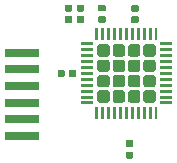
<source format=gbr>
G04 #@! TF.GenerationSoftware,KiCad,Pcbnew,(5.1.2)-1*
G04 #@! TF.CreationDate,2020-11-19T11:24:46+01:00*
G04 #@! TF.ProjectId,HB-ES-PMSwX-Pl_GosoundSP111,48422d45-532d-4504-9d53-77582d506c5f,rev?*
G04 #@! TF.SameCoordinates,Original*
G04 #@! TF.FileFunction,Paste,Bot*
G04 #@! TF.FilePolarity,Positive*
%FSLAX46Y46*%
G04 Gerber Fmt 4.6, Leading zero omitted, Abs format (unit mm)*
G04 Created by KiCad (PCBNEW (5.1.2)-1) date 2020-11-19 11:24:46*
%MOMM*%
%LPD*%
G04 APERTURE LIST*
%ADD10R,3.000000X0.700000*%
%ADD11C,0.100000*%
%ADD12C,0.250000*%
%ADD13C,1.050000*%
%ADD14C,0.590000*%
G04 APERTURE END LIST*
D10*
X110909100Y-61660000D03*
X110909100Y-64460000D03*
X110909100Y-63060000D03*
X110909100Y-67260000D03*
X110909100Y-65860000D03*
X110909100Y-68660000D03*
D11*
G36*
X123579626Y-65773701D02*
G01*
X123585693Y-65774601D01*
X123591643Y-65776091D01*
X123597418Y-65778158D01*
X123602962Y-65780780D01*
X123608223Y-65783933D01*
X123613150Y-65787587D01*
X123617694Y-65791706D01*
X123621813Y-65796250D01*
X123625467Y-65801177D01*
X123628620Y-65806438D01*
X123631242Y-65811982D01*
X123633309Y-65817757D01*
X123634799Y-65823707D01*
X123635699Y-65829774D01*
X123636000Y-65835900D01*
X123636000Y-65960900D01*
X123635699Y-65967026D01*
X123634799Y-65973093D01*
X123633309Y-65979043D01*
X123631242Y-65984818D01*
X123628620Y-65990362D01*
X123625467Y-65995623D01*
X123621813Y-66000550D01*
X123617694Y-66005094D01*
X123613150Y-66009213D01*
X123608223Y-66012867D01*
X123602962Y-66016020D01*
X123597418Y-66018642D01*
X123591643Y-66020709D01*
X123585693Y-66022199D01*
X123579626Y-66023099D01*
X123573500Y-66023400D01*
X122623500Y-66023400D01*
X122617374Y-66023099D01*
X122611307Y-66022199D01*
X122605357Y-66020709D01*
X122599582Y-66018642D01*
X122594038Y-66016020D01*
X122588777Y-66012867D01*
X122583850Y-66009213D01*
X122579306Y-66005094D01*
X122575187Y-66000550D01*
X122571533Y-65995623D01*
X122568380Y-65990362D01*
X122565758Y-65984818D01*
X122563691Y-65979043D01*
X122562201Y-65973093D01*
X122561301Y-65967026D01*
X122561000Y-65960900D01*
X122561000Y-65835900D01*
X122561301Y-65829774D01*
X122562201Y-65823707D01*
X122563691Y-65817757D01*
X122565758Y-65811982D01*
X122568380Y-65806438D01*
X122571533Y-65801177D01*
X122575187Y-65796250D01*
X122579306Y-65791706D01*
X122583850Y-65787587D01*
X122588777Y-65783933D01*
X122594038Y-65780780D01*
X122599582Y-65778158D01*
X122605357Y-65776091D01*
X122611307Y-65774601D01*
X122617374Y-65773701D01*
X122623500Y-65773400D01*
X123573500Y-65773400D01*
X123579626Y-65773701D01*
X123579626Y-65773701D01*
G37*
D12*
X123098500Y-65898400D03*
D11*
G36*
X123579626Y-65273701D02*
G01*
X123585693Y-65274601D01*
X123591643Y-65276091D01*
X123597418Y-65278158D01*
X123602962Y-65280780D01*
X123608223Y-65283933D01*
X123613150Y-65287587D01*
X123617694Y-65291706D01*
X123621813Y-65296250D01*
X123625467Y-65301177D01*
X123628620Y-65306438D01*
X123631242Y-65311982D01*
X123633309Y-65317757D01*
X123634799Y-65323707D01*
X123635699Y-65329774D01*
X123636000Y-65335900D01*
X123636000Y-65460900D01*
X123635699Y-65467026D01*
X123634799Y-65473093D01*
X123633309Y-65479043D01*
X123631242Y-65484818D01*
X123628620Y-65490362D01*
X123625467Y-65495623D01*
X123621813Y-65500550D01*
X123617694Y-65505094D01*
X123613150Y-65509213D01*
X123608223Y-65512867D01*
X123602962Y-65516020D01*
X123597418Y-65518642D01*
X123591643Y-65520709D01*
X123585693Y-65522199D01*
X123579626Y-65523099D01*
X123573500Y-65523400D01*
X122623500Y-65523400D01*
X122617374Y-65523099D01*
X122611307Y-65522199D01*
X122605357Y-65520709D01*
X122599582Y-65518642D01*
X122594038Y-65516020D01*
X122588777Y-65512867D01*
X122583850Y-65509213D01*
X122579306Y-65505094D01*
X122575187Y-65500550D01*
X122571533Y-65495623D01*
X122568380Y-65490362D01*
X122565758Y-65484818D01*
X122563691Y-65479043D01*
X122562201Y-65473093D01*
X122561301Y-65467026D01*
X122561000Y-65460900D01*
X122561000Y-65335900D01*
X122561301Y-65329774D01*
X122562201Y-65323707D01*
X122563691Y-65317757D01*
X122565758Y-65311982D01*
X122568380Y-65306438D01*
X122571533Y-65301177D01*
X122575187Y-65296250D01*
X122579306Y-65291706D01*
X122583850Y-65287587D01*
X122588777Y-65283933D01*
X122594038Y-65280780D01*
X122599582Y-65278158D01*
X122605357Y-65276091D01*
X122611307Y-65274601D01*
X122617374Y-65273701D01*
X122623500Y-65273400D01*
X123573500Y-65273400D01*
X123579626Y-65273701D01*
X123579626Y-65273701D01*
G37*
D12*
X123098500Y-65398400D03*
D11*
G36*
X123579626Y-64773701D02*
G01*
X123585693Y-64774601D01*
X123591643Y-64776091D01*
X123597418Y-64778158D01*
X123602962Y-64780780D01*
X123608223Y-64783933D01*
X123613150Y-64787587D01*
X123617694Y-64791706D01*
X123621813Y-64796250D01*
X123625467Y-64801177D01*
X123628620Y-64806438D01*
X123631242Y-64811982D01*
X123633309Y-64817757D01*
X123634799Y-64823707D01*
X123635699Y-64829774D01*
X123636000Y-64835900D01*
X123636000Y-64960900D01*
X123635699Y-64967026D01*
X123634799Y-64973093D01*
X123633309Y-64979043D01*
X123631242Y-64984818D01*
X123628620Y-64990362D01*
X123625467Y-64995623D01*
X123621813Y-65000550D01*
X123617694Y-65005094D01*
X123613150Y-65009213D01*
X123608223Y-65012867D01*
X123602962Y-65016020D01*
X123597418Y-65018642D01*
X123591643Y-65020709D01*
X123585693Y-65022199D01*
X123579626Y-65023099D01*
X123573500Y-65023400D01*
X122623500Y-65023400D01*
X122617374Y-65023099D01*
X122611307Y-65022199D01*
X122605357Y-65020709D01*
X122599582Y-65018642D01*
X122594038Y-65016020D01*
X122588777Y-65012867D01*
X122583850Y-65009213D01*
X122579306Y-65005094D01*
X122575187Y-65000550D01*
X122571533Y-64995623D01*
X122568380Y-64990362D01*
X122565758Y-64984818D01*
X122563691Y-64979043D01*
X122562201Y-64973093D01*
X122561301Y-64967026D01*
X122561000Y-64960900D01*
X122561000Y-64835900D01*
X122561301Y-64829774D01*
X122562201Y-64823707D01*
X122563691Y-64817757D01*
X122565758Y-64811982D01*
X122568380Y-64806438D01*
X122571533Y-64801177D01*
X122575187Y-64796250D01*
X122579306Y-64791706D01*
X122583850Y-64787587D01*
X122588777Y-64783933D01*
X122594038Y-64780780D01*
X122599582Y-64778158D01*
X122605357Y-64776091D01*
X122611307Y-64774601D01*
X122617374Y-64773701D01*
X122623500Y-64773400D01*
X123573500Y-64773400D01*
X123579626Y-64773701D01*
X123579626Y-64773701D01*
G37*
D12*
X123098500Y-64898400D03*
D11*
G36*
X123579626Y-64273701D02*
G01*
X123585693Y-64274601D01*
X123591643Y-64276091D01*
X123597418Y-64278158D01*
X123602962Y-64280780D01*
X123608223Y-64283933D01*
X123613150Y-64287587D01*
X123617694Y-64291706D01*
X123621813Y-64296250D01*
X123625467Y-64301177D01*
X123628620Y-64306438D01*
X123631242Y-64311982D01*
X123633309Y-64317757D01*
X123634799Y-64323707D01*
X123635699Y-64329774D01*
X123636000Y-64335900D01*
X123636000Y-64460900D01*
X123635699Y-64467026D01*
X123634799Y-64473093D01*
X123633309Y-64479043D01*
X123631242Y-64484818D01*
X123628620Y-64490362D01*
X123625467Y-64495623D01*
X123621813Y-64500550D01*
X123617694Y-64505094D01*
X123613150Y-64509213D01*
X123608223Y-64512867D01*
X123602962Y-64516020D01*
X123597418Y-64518642D01*
X123591643Y-64520709D01*
X123585693Y-64522199D01*
X123579626Y-64523099D01*
X123573500Y-64523400D01*
X122623500Y-64523400D01*
X122617374Y-64523099D01*
X122611307Y-64522199D01*
X122605357Y-64520709D01*
X122599582Y-64518642D01*
X122594038Y-64516020D01*
X122588777Y-64512867D01*
X122583850Y-64509213D01*
X122579306Y-64505094D01*
X122575187Y-64500550D01*
X122571533Y-64495623D01*
X122568380Y-64490362D01*
X122565758Y-64484818D01*
X122563691Y-64479043D01*
X122562201Y-64473093D01*
X122561301Y-64467026D01*
X122561000Y-64460900D01*
X122561000Y-64335900D01*
X122561301Y-64329774D01*
X122562201Y-64323707D01*
X122563691Y-64317757D01*
X122565758Y-64311982D01*
X122568380Y-64306438D01*
X122571533Y-64301177D01*
X122575187Y-64296250D01*
X122579306Y-64291706D01*
X122583850Y-64287587D01*
X122588777Y-64283933D01*
X122594038Y-64280780D01*
X122599582Y-64278158D01*
X122605357Y-64276091D01*
X122611307Y-64274601D01*
X122617374Y-64273701D01*
X122623500Y-64273400D01*
X123573500Y-64273400D01*
X123579626Y-64273701D01*
X123579626Y-64273701D01*
G37*
D12*
X123098500Y-64398400D03*
D11*
G36*
X123579626Y-63773701D02*
G01*
X123585693Y-63774601D01*
X123591643Y-63776091D01*
X123597418Y-63778158D01*
X123602962Y-63780780D01*
X123608223Y-63783933D01*
X123613150Y-63787587D01*
X123617694Y-63791706D01*
X123621813Y-63796250D01*
X123625467Y-63801177D01*
X123628620Y-63806438D01*
X123631242Y-63811982D01*
X123633309Y-63817757D01*
X123634799Y-63823707D01*
X123635699Y-63829774D01*
X123636000Y-63835900D01*
X123636000Y-63960900D01*
X123635699Y-63967026D01*
X123634799Y-63973093D01*
X123633309Y-63979043D01*
X123631242Y-63984818D01*
X123628620Y-63990362D01*
X123625467Y-63995623D01*
X123621813Y-64000550D01*
X123617694Y-64005094D01*
X123613150Y-64009213D01*
X123608223Y-64012867D01*
X123602962Y-64016020D01*
X123597418Y-64018642D01*
X123591643Y-64020709D01*
X123585693Y-64022199D01*
X123579626Y-64023099D01*
X123573500Y-64023400D01*
X122623500Y-64023400D01*
X122617374Y-64023099D01*
X122611307Y-64022199D01*
X122605357Y-64020709D01*
X122599582Y-64018642D01*
X122594038Y-64016020D01*
X122588777Y-64012867D01*
X122583850Y-64009213D01*
X122579306Y-64005094D01*
X122575187Y-64000550D01*
X122571533Y-63995623D01*
X122568380Y-63990362D01*
X122565758Y-63984818D01*
X122563691Y-63979043D01*
X122562201Y-63973093D01*
X122561301Y-63967026D01*
X122561000Y-63960900D01*
X122561000Y-63835900D01*
X122561301Y-63829774D01*
X122562201Y-63823707D01*
X122563691Y-63817757D01*
X122565758Y-63811982D01*
X122568380Y-63806438D01*
X122571533Y-63801177D01*
X122575187Y-63796250D01*
X122579306Y-63791706D01*
X122583850Y-63787587D01*
X122588777Y-63783933D01*
X122594038Y-63780780D01*
X122599582Y-63778158D01*
X122605357Y-63776091D01*
X122611307Y-63774601D01*
X122617374Y-63773701D01*
X122623500Y-63773400D01*
X123573500Y-63773400D01*
X123579626Y-63773701D01*
X123579626Y-63773701D01*
G37*
D12*
X123098500Y-63898400D03*
D11*
G36*
X123579626Y-63273701D02*
G01*
X123585693Y-63274601D01*
X123591643Y-63276091D01*
X123597418Y-63278158D01*
X123602962Y-63280780D01*
X123608223Y-63283933D01*
X123613150Y-63287587D01*
X123617694Y-63291706D01*
X123621813Y-63296250D01*
X123625467Y-63301177D01*
X123628620Y-63306438D01*
X123631242Y-63311982D01*
X123633309Y-63317757D01*
X123634799Y-63323707D01*
X123635699Y-63329774D01*
X123636000Y-63335900D01*
X123636000Y-63460900D01*
X123635699Y-63467026D01*
X123634799Y-63473093D01*
X123633309Y-63479043D01*
X123631242Y-63484818D01*
X123628620Y-63490362D01*
X123625467Y-63495623D01*
X123621813Y-63500550D01*
X123617694Y-63505094D01*
X123613150Y-63509213D01*
X123608223Y-63512867D01*
X123602962Y-63516020D01*
X123597418Y-63518642D01*
X123591643Y-63520709D01*
X123585693Y-63522199D01*
X123579626Y-63523099D01*
X123573500Y-63523400D01*
X122623500Y-63523400D01*
X122617374Y-63523099D01*
X122611307Y-63522199D01*
X122605357Y-63520709D01*
X122599582Y-63518642D01*
X122594038Y-63516020D01*
X122588777Y-63512867D01*
X122583850Y-63509213D01*
X122579306Y-63505094D01*
X122575187Y-63500550D01*
X122571533Y-63495623D01*
X122568380Y-63490362D01*
X122565758Y-63484818D01*
X122563691Y-63479043D01*
X122562201Y-63473093D01*
X122561301Y-63467026D01*
X122561000Y-63460900D01*
X122561000Y-63335900D01*
X122561301Y-63329774D01*
X122562201Y-63323707D01*
X122563691Y-63317757D01*
X122565758Y-63311982D01*
X122568380Y-63306438D01*
X122571533Y-63301177D01*
X122575187Y-63296250D01*
X122579306Y-63291706D01*
X122583850Y-63287587D01*
X122588777Y-63283933D01*
X122594038Y-63280780D01*
X122599582Y-63278158D01*
X122605357Y-63276091D01*
X122611307Y-63274601D01*
X122617374Y-63273701D01*
X122623500Y-63273400D01*
X123573500Y-63273400D01*
X123579626Y-63273701D01*
X123579626Y-63273701D01*
G37*
D12*
X123098500Y-63398400D03*
D11*
G36*
X123579626Y-62773701D02*
G01*
X123585693Y-62774601D01*
X123591643Y-62776091D01*
X123597418Y-62778158D01*
X123602962Y-62780780D01*
X123608223Y-62783933D01*
X123613150Y-62787587D01*
X123617694Y-62791706D01*
X123621813Y-62796250D01*
X123625467Y-62801177D01*
X123628620Y-62806438D01*
X123631242Y-62811982D01*
X123633309Y-62817757D01*
X123634799Y-62823707D01*
X123635699Y-62829774D01*
X123636000Y-62835900D01*
X123636000Y-62960900D01*
X123635699Y-62967026D01*
X123634799Y-62973093D01*
X123633309Y-62979043D01*
X123631242Y-62984818D01*
X123628620Y-62990362D01*
X123625467Y-62995623D01*
X123621813Y-63000550D01*
X123617694Y-63005094D01*
X123613150Y-63009213D01*
X123608223Y-63012867D01*
X123602962Y-63016020D01*
X123597418Y-63018642D01*
X123591643Y-63020709D01*
X123585693Y-63022199D01*
X123579626Y-63023099D01*
X123573500Y-63023400D01*
X122623500Y-63023400D01*
X122617374Y-63023099D01*
X122611307Y-63022199D01*
X122605357Y-63020709D01*
X122599582Y-63018642D01*
X122594038Y-63016020D01*
X122588777Y-63012867D01*
X122583850Y-63009213D01*
X122579306Y-63005094D01*
X122575187Y-63000550D01*
X122571533Y-62995623D01*
X122568380Y-62990362D01*
X122565758Y-62984818D01*
X122563691Y-62979043D01*
X122562201Y-62973093D01*
X122561301Y-62967026D01*
X122561000Y-62960900D01*
X122561000Y-62835900D01*
X122561301Y-62829774D01*
X122562201Y-62823707D01*
X122563691Y-62817757D01*
X122565758Y-62811982D01*
X122568380Y-62806438D01*
X122571533Y-62801177D01*
X122575187Y-62796250D01*
X122579306Y-62791706D01*
X122583850Y-62787587D01*
X122588777Y-62783933D01*
X122594038Y-62780780D01*
X122599582Y-62778158D01*
X122605357Y-62776091D01*
X122611307Y-62774601D01*
X122617374Y-62773701D01*
X122623500Y-62773400D01*
X123573500Y-62773400D01*
X123579626Y-62773701D01*
X123579626Y-62773701D01*
G37*
D12*
X123098500Y-62898400D03*
D11*
G36*
X123579626Y-62273701D02*
G01*
X123585693Y-62274601D01*
X123591643Y-62276091D01*
X123597418Y-62278158D01*
X123602962Y-62280780D01*
X123608223Y-62283933D01*
X123613150Y-62287587D01*
X123617694Y-62291706D01*
X123621813Y-62296250D01*
X123625467Y-62301177D01*
X123628620Y-62306438D01*
X123631242Y-62311982D01*
X123633309Y-62317757D01*
X123634799Y-62323707D01*
X123635699Y-62329774D01*
X123636000Y-62335900D01*
X123636000Y-62460900D01*
X123635699Y-62467026D01*
X123634799Y-62473093D01*
X123633309Y-62479043D01*
X123631242Y-62484818D01*
X123628620Y-62490362D01*
X123625467Y-62495623D01*
X123621813Y-62500550D01*
X123617694Y-62505094D01*
X123613150Y-62509213D01*
X123608223Y-62512867D01*
X123602962Y-62516020D01*
X123597418Y-62518642D01*
X123591643Y-62520709D01*
X123585693Y-62522199D01*
X123579626Y-62523099D01*
X123573500Y-62523400D01*
X122623500Y-62523400D01*
X122617374Y-62523099D01*
X122611307Y-62522199D01*
X122605357Y-62520709D01*
X122599582Y-62518642D01*
X122594038Y-62516020D01*
X122588777Y-62512867D01*
X122583850Y-62509213D01*
X122579306Y-62505094D01*
X122575187Y-62500550D01*
X122571533Y-62495623D01*
X122568380Y-62490362D01*
X122565758Y-62484818D01*
X122563691Y-62479043D01*
X122562201Y-62473093D01*
X122561301Y-62467026D01*
X122561000Y-62460900D01*
X122561000Y-62335900D01*
X122561301Y-62329774D01*
X122562201Y-62323707D01*
X122563691Y-62317757D01*
X122565758Y-62311982D01*
X122568380Y-62306438D01*
X122571533Y-62301177D01*
X122575187Y-62296250D01*
X122579306Y-62291706D01*
X122583850Y-62287587D01*
X122588777Y-62283933D01*
X122594038Y-62280780D01*
X122599582Y-62278158D01*
X122605357Y-62276091D01*
X122611307Y-62274601D01*
X122617374Y-62273701D01*
X122623500Y-62273400D01*
X123573500Y-62273400D01*
X123579626Y-62273701D01*
X123579626Y-62273701D01*
G37*
D12*
X123098500Y-62398400D03*
D11*
G36*
X123579626Y-61773701D02*
G01*
X123585693Y-61774601D01*
X123591643Y-61776091D01*
X123597418Y-61778158D01*
X123602962Y-61780780D01*
X123608223Y-61783933D01*
X123613150Y-61787587D01*
X123617694Y-61791706D01*
X123621813Y-61796250D01*
X123625467Y-61801177D01*
X123628620Y-61806438D01*
X123631242Y-61811982D01*
X123633309Y-61817757D01*
X123634799Y-61823707D01*
X123635699Y-61829774D01*
X123636000Y-61835900D01*
X123636000Y-61960900D01*
X123635699Y-61967026D01*
X123634799Y-61973093D01*
X123633309Y-61979043D01*
X123631242Y-61984818D01*
X123628620Y-61990362D01*
X123625467Y-61995623D01*
X123621813Y-62000550D01*
X123617694Y-62005094D01*
X123613150Y-62009213D01*
X123608223Y-62012867D01*
X123602962Y-62016020D01*
X123597418Y-62018642D01*
X123591643Y-62020709D01*
X123585693Y-62022199D01*
X123579626Y-62023099D01*
X123573500Y-62023400D01*
X122623500Y-62023400D01*
X122617374Y-62023099D01*
X122611307Y-62022199D01*
X122605357Y-62020709D01*
X122599582Y-62018642D01*
X122594038Y-62016020D01*
X122588777Y-62012867D01*
X122583850Y-62009213D01*
X122579306Y-62005094D01*
X122575187Y-62000550D01*
X122571533Y-61995623D01*
X122568380Y-61990362D01*
X122565758Y-61984818D01*
X122563691Y-61979043D01*
X122562201Y-61973093D01*
X122561301Y-61967026D01*
X122561000Y-61960900D01*
X122561000Y-61835900D01*
X122561301Y-61829774D01*
X122562201Y-61823707D01*
X122563691Y-61817757D01*
X122565758Y-61811982D01*
X122568380Y-61806438D01*
X122571533Y-61801177D01*
X122575187Y-61796250D01*
X122579306Y-61791706D01*
X122583850Y-61787587D01*
X122588777Y-61783933D01*
X122594038Y-61780780D01*
X122599582Y-61778158D01*
X122605357Y-61776091D01*
X122611307Y-61774601D01*
X122617374Y-61773701D01*
X122623500Y-61773400D01*
X123573500Y-61773400D01*
X123579626Y-61773701D01*
X123579626Y-61773701D01*
G37*
D12*
X123098500Y-61898400D03*
D11*
G36*
X123579626Y-61273701D02*
G01*
X123585693Y-61274601D01*
X123591643Y-61276091D01*
X123597418Y-61278158D01*
X123602962Y-61280780D01*
X123608223Y-61283933D01*
X123613150Y-61287587D01*
X123617694Y-61291706D01*
X123621813Y-61296250D01*
X123625467Y-61301177D01*
X123628620Y-61306438D01*
X123631242Y-61311982D01*
X123633309Y-61317757D01*
X123634799Y-61323707D01*
X123635699Y-61329774D01*
X123636000Y-61335900D01*
X123636000Y-61460900D01*
X123635699Y-61467026D01*
X123634799Y-61473093D01*
X123633309Y-61479043D01*
X123631242Y-61484818D01*
X123628620Y-61490362D01*
X123625467Y-61495623D01*
X123621813Y-61500550D01*
X123617694Y-61505094D01*
X123613150Y-61509213D01*
X123608223Y-61512867D01*
X123602962Y-61516020D01*
X123597418Y-61518642D01*
X123591643Y-61520709D01*
X123585693Y-61522199D01*
X123579626Y-61523099D01*
X123573500Y-61523400D01*
X122623500Y-61523400D01*
X122617374Y-61523099D01*
X122611307Y-61522199D01*
X122605357Y-61520709D01*
X122599582Y-61518642D01*
X122594038Y-61516020D01*
X122588777Y-61512867D01*
X122583850Y-61509213D01*
X122579306Y-61505094D01*
X122575187Y-61500550D01*
X122571533Y-61495623D01*
X122568380Y-61490362D01*
X122565758Y-61484818D01*
X122563691Y-61479043D01*
X122562201Y-61473093D01*
X122561301Y-61467026D01*
X122561000Y-61460900D01*
X122561000Y-61335900D01*
X122561301Y-61329774D01*
X122562201Y-61323707D01*
X122563691Y-61317757D01*
X122565758Y-61311982D01*
X122568380Y-61306438D01*
X122571533Y-61301177D01*
X122575187Y-61296250D01*
X122579306Y-61291706D01*
X122583850Y-61287587D01*
X122588777Y-61283933D01*
X122594038Y-61280780D01*
X122599582Y-61278158D01*
X122605357Y-61276091D01*
X122611307Y-61274601D01*
X122617374Y-61273701D01*
X122623500Y-61273400D01*
X123573500Y-61273400D01*
X123579626Y-61273701D01*
X123579626Y-61273701D01*
G37*
D12*
X123098500Y-61398400D03*
D11*
G36*
X123579626Y-60773701D02*
G01*
X123585693Y-60774601D01*
X123591643Y-60776091D01*
X123597418Y-60778158D01*
X123602962Y-60780780D01*
X123608223Y-60783933D01*
X123613150Y-60787587D01*
X123617694Y-60791706D01*
X123621813Y-60796250D01*
X123625467Y-60801177D01*
X123628620Y-60806438D01*
X123631242Y-60811982D01*
X123633309Y-60817757D01*
X123634799Y-60823707D01*
X123635699Y-60829774D01*
X123636000Y-60835900D01*
X123636000Y-60960900D01*
X123635699Y-60967026D01*
X123634799Y-60973093D01*
X123633309Y-60979043D01*
X123631242Y-60984818D01*
X123628620Y-60990362D01*
X123625467Y-60995623D01*
X123621813Y-61000550D01*
X123617694Y-61005094D01*
X123613150Y-61009213D01*
X123608223Y-61012867D01*
X123602962Y-61016020D01*
X123597418Y-61018642D01*
X123591643Y-61020709D01*
X123585693Y-61022199D01*
X123579626Y-61023099D01*
X123573500Y-61023400D01*
X122623500Y-61023400D01*
X122617374Y-61023099D01*
X122611307Y-61022199D01*
X122605357Y-61020709D01*
X122599582Y-61018642D01*
X122594038Y-61016020D01*
X122588777Y-61012867D01*
X122583850Y-61009213D01*
X122579306Y-61005094D01*
X122575187Y-61000550D01*
X122571533Y-60995623D01*
X122568380Y-60990362D01*
X122565758Y-60984818D01*
X122563691Y-60979043D01*
X122562201Y-60973093D01*
X122561301Y-60967026D01*
X122561000Y-60960900D01*
X122561000Y-60835900D01*
X122561301Y-60829774D01*
X122562201Y-60823707D01*
X122563691Y-60817757D01*
X122565758Y-60811982D01*
X122568380Y-60806438D01*
X122571533Y-60801177D01*
X122575187Y-60796250D01*
X122579306Y-60791706D01*
X122583850Y-60787587D01*
X122588777Y-60783933D01*
X122594038Y-60780780D01*
X122599582Y-60778158D01*
X122605357Y-60776091D01*
X122611307Y-60774601D01*
X122617374Y-60773701D01*
X122623500Y-60773400D01*
X123573500Y-60773400D01*
X123579626Y-60773701D01*
X123579626Y-60773701D01*
G37*
D12*
X123098500Y-60898400D03*
D11*
G36*
X122329626Y-59523701D02*
G01*
X122335693Y-59524601D01*
X122341643Y-59526091D01*
X122347418Y-59528158D01*
X122352962Y-59530780D01*
X122358223Y-59533933D01*
X122363150Y-59537587D01*
X122367694Y-59541706D01*
X122371813Y-59546250D01*
X122375467Y-59551177D01*
X122378620Y-59556438D01*
X122381242Y-59561982D01*
X122383309Y-59567757D01*
X122384799Y-59573707D01*
X122385699Y-59579774D01*
X122386000Y-59585900D01*
X122386000Y-60535900D01*
X122385699Y-60542026D01*
X122384799Y-60548093D01*
X122383309Y-60554043D01*
X122381242Y-60559818D01*
X122378620Y-60565362D01*
X122375467Y-60570623D01*
X122371813Y-60575550D01*
X122367694Y-60580094D01*
X122363150Y-60584213D01*
X122358223Y-60587867D01*
X122352962Y-60591020D01*
X122347418Y-60593642D01*
X122341643Y-60595709D01*
X122335693Y-60597199D01*
X122329626Y-60598099D01*
X122323500Y-60598400D01*
X122198500Y-60598400D01*
X122192374Y-60598099D01*
X122186307Y-60597199D01*
X122180357Y-60595709D01*
X122174582Y-60593642D01*
X122169038Y-60591020D01*
X122163777Y-60587867D01*
X122158850Y-60584213D01*
X122154306Y-60580094D01*
X122150187Y-60575550D01*
X122146533Y-60570623D01*
X122143380Y-60565362D01*
X122140758Y-60559818D01*
X122138691Y-60554043D01*
X122137201Y-60548093D01*
X122136301Y-60542026D01*
X122136000Y-60535900D01*
X122136000Y-59585900D01*
X122136301Y-59579774D01*
X122137201Y-59573707D01*
X122138691Y-59567757D01*
X122140758Y-59561982D01*
X122143380Y-59556438D01*
X122146533Y-59551177D01*
X122150187Y-59546250D01*
X122154306Y-59541706D01*
X122158850Y-59537587D01*
X122163777Y-59533933D01*
X122169038Y-59530780D01*
X122174582Y-59528158D01*
X122180357Y-59526091D01*
X122186307Y-59524601D01*
X122192374Y-59523701D01*
X122198500Y-59523400D01*
X122323500Y-59523400D01*
X122329626Y-59523701D01*
X122329626Y-59523701D01*
G37*
D12*
X122261000Y-60060900D03*
D11*
G36*
X121829626Y-59523701D02*
G01*
X121835693Y-59524601D01*
X121841643Y-59526091D01*
X121847418Y-59528158D01*
X121852962Y-59530780D01*
X121858223Y-59533933D01*
X121863150Y-59537587D01*
X121867694Y-59541706D01*
X121871813Y-59546250D01*
X121875467Y-59551177D01*
X121878620Y-59556438D01*
X121881242Y-59561982D01*
X121883309Y-59567757D01*
X121884799Y-59573707D01*
X121885699Y-59579774D01*
X121886000Y-59585900D01*
X121886000Y-60535900D01*
X121885699Y-60542026D01*
X121884799Y-60548093D01*
X121883309Y-60554043D01*
X121881242Y-60559818D01*
X121878620Y-60565362D01*
X121875467Y-60570623D01*
X121871813Y-60575550D01*
X121867694Y-60580094D01*
X121863150Y-60584213D01*
X121858223Y-60587867D01*
X121852962Y-60591020D01*
X121847418Y-60593642D01*
X121841643Y-60595709D01*
X121835693Y-60597199D01*
X121829626Y-60598099D01*
X121823500Y-60598400D01*
X121698500Y-60598400D01*
X121692374Y-60598099D01*
X121686307Y-60597199D01*
X121680357Y-60595709D01*
X121674582Y-60593642D01*
X121669038Y-60591020D01*
X121663777Y-60587867D01*
X121658850Y-60584213D01*
X121654306Y-60580094D01*
X121650187Y-60575550D01*
X121646533Y-60570623D01*
X121643380Y-60565362D01*
X121640758Y-60559818D01*
X121638691Y-60554043D01*
X121637201Y-60548093D01*
X121636301Y-60542026D01*
X121636000Y-60535900D01*
X121636000Y-59585900D01*
X121636301Y-59579774D01*
X121637201Y-59573707D01*
X121638691Y-59567757D01*
X121640758Y-59561982D01*
X121643380Y-59556438D01*
X121646533Y-59551177D01*
X121650187Y-59546250D01*
X121654306Y-59541706D01*
X121658850Y-59537587D01*
X121663777Y-59533933D01*
X121669038Y-59530780D01*
X121674582Y-59528158D01*
X121680357Y-59526091D01*
X121686307Y-59524601D01*
X121692374Y-59523701D01*
X121698500Y-59523400D01*
X121823500Y-59523400D01*
X121829626Y-59523701D01*
X121829626Y-59523701D01*
G37*
D12*
X121761000Y-60060900D03*
D11*
G36*
X121329626Y-59523701D02*
G01*
X121335693Y-59524601D01*
X121341643Y-59526091D01*
X121347418Y-59528158D01*
X121352962Y-59530780D01*
X121358223Y-59533933D01*
X121363150Y-59537587D01*
X121367694Y-59541706D01*
X121371813Y-59546250D01*
X121375467Y-59551177D01*
X121378620Y-59556438D01*
X121381242Y-59561982D01*
X121383309Y-59567757D01*
X121384799Y-59573707D01*
X121385699Y-59579774D01*
X121386000Y-59585900D01*
X121386000Y-60535900D01*
X121385699Y-60542026D01*
X121384799Y-60548093D01*
X121383309Y-60554043D01*
X121381242Y-60559818D01*
X121378620Y-60565362D01*
X121375467Y-60570623D01*
X121371813Y-60575550D01*
X121367694Y-60580094D01*
X121363150Y-60584213D01*
X121358223Y-60587867D01*
X121352962Y-60591020D01*
X121347418Y-60593642D01*
X121341643Y-60595709D01*
X121335693Y-60597199D01*
X121329626Y-60598099D01*
X121323500Y-60598400D01*
X121198500Y-60598400D01*
X121192374Y-60598099D01*
X121186307Y-60597199D01*
X121180357Y-60595709D01*
X121174582Y-60593642D01*
X121169038Y-60591020D01*
X121163777Y-60587867D01*
X121158850Y-60584213D01*
X121154306Y-60580094D01*
X121150187Y-60575550D01*
X121146533Y-60570623D01*
X121143380Y-60565362D01*
X121140758Y-60559818D01*
X121138691Y-60554043D01*
X121137201Y-60548093D01*
X121136301Y-60542026D01*
X121136000Y-60535900D01*
X121136000Y-59585900D01*
X121136301Y-59579774D01*
X121137201Y-59573707D01*
X121138691Y-59567757D01*
X121140758Y-59561982D01*
X121143380Y-59556438D01*
X121146533Y-59551177D01*
X121150187Y-59546250D01*
X121154306Y-59541706D01*
X121158850Y-59537587D01*
X121163777Y-59533933D01*
X121169038Y-59530780D01*
X121174582Y-59528158D01*
X121180357Y-59526091D01*
X121186307Y-59524601D01*
X121192374Y-59523701D01*
X121198500Y-59523400D01*
X121323500Y-59523400D01*
X121329626Y-59523701D01*
X121329626Y-59523701D01*
G37*
D12*
X121261000Y-60060900D03*
D11*
G36*
X120829626Y-59523701D02*
G01*
X120835693Y-59524601D01*
X120841643Y-59526091D01*
X120847418Y-59528158D01*
X120852962Y-59530780D01*
X120858223Y-59533933D01*
X120863150Y-59537587D01*
X120867694Y-59541706D01*
X120871813Y-59546250D01*
X120875467Y-59551177D01*
X120878620Y-59556438D01*
X120881242Y-59561982D01*
X120883309Y-59567757D01*
X120884799Y-59573707D01*
X120885699Y-59579774D01*
X120886000Y-59585900D01*
X120886000Y-60535900D01*
X120885699Y-60542026D01*
X120884799Y-60548093D01*
X120883309Y-60554043D01*
X120881242Y-60559818D01*
X120878620Y-60565362D01*
X120875467Y-60570623D01*
X120871813Y-60575550D01*
X120867694Y-60580094D01*
X120863150Y-60584213D01*
X120858223Y-60587867D01*
X120852962Y-60591020D01*
X120847418Y-60593642D01*
X120841643Y-60595709D01*
X120835693Y-60597199D01*
X120829626Y-60598099D01*
X120823500Y-60598400D01*
X120698500Y-60598400D01*
X120692374Y-60598099D01*
X120686307Y-60597199D01*
X120680357Y-60595709D01*
X120674582Y-60593642D01*
X120669038Y-60591020D01*
X120663777Y-60587867D01*
X120658850Y-60584213D01*
X120654306Y-60580094D01*
X120650187Y-60575550D01*
X120646533Y-60570623D01*
X120643380Y-60565362D01*
X120640758Y-60559818D01*
X120638691Y-60554043D01*
X120637201Y-60548093D01*
X120636301Y-60542026D01*
X120636000Y-60535900D01*
X120636000Y-59585900D01*
X120636301Y-59579774D01*
X120637201Y-59573707D01*
X120638691Y-59567757D01*
X120640758Y-59561982D01*
X120643380Y-59556438D01*
X120646533Y-59551177D01*
X120650187Y-59546250D01*
X120654306Y-59541706D01*
X120658850Y-59537587D01*
X120663777Y-59533933D01*
X120669038Y-59530780D01*
X120674582Y-59528158D01*
X120680357Y-59526091D01*
X120686307Y-59524601D01*
X120692374Y-59523701D01*
X120698500Y-59523400D01*
X120823500Y-59523400D01*
X120829626Y-59523701D01*
X120829626Y-59523701D01*
G37*
D12*
X120761000Y-60060900D03*
D11*
G36*
X120329626Y-59523701D02*
G01*
X120335693Y-59524601D01*
X120341643Y-59526091D01*
X120347418Y-59528158D01*
X120352962Y-59530780D01*
X120358223Y-59533933D01*
X120363150Y-59537587D01*
X120367694Y-59541706D01*
X120371813Y-59546250D01*
X120375467Y-59551177D01*
X120378620Y-59556438D01*
X120381242Y-59561982D01*
X120383309Y-59567757D01*
X120384799Y-59573707D01*
X120385699Y-59579774D01*
X120386000Y-59585900D01*
X120386000Y-60535900D01*
X120385699Y-60542026D01*
X120384799Y-60548093D01*
X120383309Y-60554043D01*
X120381242Y-60559818D01*
X120378620Y-60565362D01*
X120375467Y-60570623D01*
X120371813Y-60575550D01*
X120367694Y-60580094D01*
X120363150Y-60584213D01*
X120358223Y-60587867D01*
X120352962Y-60591020D01*
X120347418Y-60593642D01*
X120341643Y-60595709D01*
X120335693Y-60597199D01*
X120329626Y-60598099D01*
X120323500Y-60598400D01*
X120198500Y-60598400D01*
X120192374Y-60598099D01*
X120186307Y-60597199D01*
X120180357Y-60595709D01*
X120174582Y-60593642D01*
X120169038Y-60591020D01*
X120163777Y-60587867D01*
X120158850Y-60584213D01*
X120154306Y-60580094D01*
X120150187Y-60575550D01*
X120146533Y-60570623D01*
X120143380Y-60565362D01*
X120140758Y-60559818D01*
X120138691Y-60554043D01*
X120137201Y-60548093D01*
X120136301Y-60542026D01*
X120136000Y-60535900D01*
X120136000Y-59585900D01*
X120136301Y-59579774D01*
X120137201Y-59573707D01*
X120138691Y-59567757D01*
X120140758Y-59561982D01*
X120143380Y-59556438D01*
X120146533Y-59551177D01*
X120150187Y-59546250D01*
X120154306Y-59541706D01*
X120158850Y-59537587D01*
X120163777Y-59533933D01*
X120169038Y-59530780D01*
X120174582Y-59528158D01*
X120180357Y-59526091D01*
X120186307Y-59524601D01*
X120192374Y-59523701D01*
X120198500Y-59523400D01*
X120323500Y-59523400D01*
X120329626Y-59523701D01*
X120329626Y-59523701D01*
G37*
D12*
X120261000Y-60060900D03*
D11*
G36*
X119829626Y-59523701D02*
G01*
X119835693Y-59524601D01*
X119841643Y-59526091D01*
X119847418Y-59528158D01*
X119852962Y-59530780D01*
X119858223Y-59533933D01*
X119863150Y-59537587D01*
X119867694Y-59541706D01*
X119871813Y-59546250D01*
X119875467Y-59551177D01*
X119878620Y-59556438D01*
X119881242Y-59561982D01*
X119883309Y-59567757D01*
X119884799Y-59573707D01*
X119885699Y-59579774D01*
X119886000Y-59585900D01*
X119886000Y-60535900D01*
X119885699Y-60542026D01*
X119884799Y-60548093D01*
X119883309Y-60554043D01*
X119881242Y-60559818D01*
X119878620Y-60565362D01*
X119875467Y-60570623D01*
X119871813Y-60575550D01*
X119867694Y-60580094D01*
X119863150Y-60584213D01*
X119858223Y-60587867D01*
X119852962Y-60591020D01*
X119847418Y-60593642D01*
X119841643Y-60595709D01*
X119835693Y-60597199D01*
X119829626Y-60598099D01*
X119823500Y-60598400D01*
X119698500Y-60598400D01*
X119692374Y-60598099D01*
X119686307Y-60597199D01*
X119680357Y-60595709D01*
X119674582Y-60593642D01*
X119669038Y-60591020D01*
X119663777Y-60587867D01*
X119658850Y-60584213D01*
X119654306Y-60580094D01*
X119650187Y-60575550D01*
X119646533Y-60570623D01*
X119643380Y-60565362D01*
X119640758Y-60559818D01*
X119638691Y-60554043D01*
X119637201Y-60548093D01*
X119636301Y-60542026D01*
X119636000Y-60535900D01*
X119636000Y-59585900D01*
X119636301Y-59579774D01*
X119637201Y-59573707D01*
X119638691Y-59567757D01*
X119640758Y-59561982D01*
X119643380Y-59556438D01*
X119646533Y-59551177D01*
X119650187Y-59546250D01*
X119654306Y-59541706D01*
X119658850Y-59537587D01*
X119663777Y-59533933D01*
X119669038Y-59530780D01*
X119674582Y-59528158D01*
X119680357Y-59526091D01*
X119686307Y-59524601D01*
X119692374Y-59523701D01*
X119698500Y-59523400D01*
X119823500Y-59523400D01*
X119829626Y-59523701D01*
X119829626Y-59523701D01*
G37*
D12*
X119761000Y-60060900D03*
D11*
G36*
X119329626Y-59523701D02*
G01*
X119335693Y-59524601D01*
X119341643Y-59526091D01*
X119347418Y-59528158D01*
X119352962Y-59530780D01*
X119358223Y-59533933D01*
X119363150Y-59537587D01*
X119367694Y-59541706D01*
X119371813Y-59546250D01*
X119375467Y-59551177D01*
X119378620Y-59556438D01*
X119381242Y-59561982D01*
X119383309Y-59567757D01*
X119384799Y-59573707D01*
X119385699Y-59579774D01*
X119386000Y-59585900D01*
X119386000Y-60535900D01*
X119385699Y-60542026D01*
X119384799Y-60548093D01*
X119383309Y-60554043D01*
X119381242Y-60559818D01*
X119378620Y-60565362D01*
X119375467Y-60570623D01*
X119371813Y-60575550D01*
X119367694Y-60580094D01*
X119363150Y-60584213D01*
X119358223Y-60587867D01*
X119352962Y-60591020D01*
X119347418Y-60593642D01*
X119341643Y-60595709D01*
X119335693Y-60597199D01*
X119329626Y-60598099D01*
X119323500Y-60598400D01*
X119198500Y-60598400D01*
X119192374Y-60598099D01*
X119186307Y-60597199D01*
X119180357Y-60595709D01*
X119174582Y-60593642D01*
X119169038Y-60591020D01*
X119163777Y-60587867D01*
X119158850Y-60584213D01*
X119154306Y-60580094D01*
X119150187Y-60575550D01*
X119146533Y-60570623D01*
X119143380Y-60565362D01*
X119140758Y-60559818D01*
X119138691Y-60554043D01*
X119137201Y-60548093D01*
X119136301Y-60542026D01*
X119136000Y-60535900D01*
X119136000Y-59585900D01*
X119136301Y-59579774D01*
X119137201Y-59573707D01*
X119138691Y-59567757D01*
X119140758Y-59561982D01*
X119143380Y-59556438D01*
X119146533Y-59551177D01*
X119150187Y-59546250D01*
X119154306Y-59541706D01*
X119158850Y-59537587D01*
X119163777Y-59533933D01*
X119169038Y-59530780D01*
X119174582Y-59528158D01*
X119180357Y-59526091D01*
X119186307Y-59524601D01*
X119192374Y-59523701D01*
X119198500Y-59523400D01*
X119323500Y-59523400D01*
X119329626Y-59523701D01*
X119329626Y-59523701D01*
G37*
D12*
X119261000Y-60060900D03*
D11*
G36*
X118829626Y-59523701D02*
G01*
X118835693Y-59524601D01*
X118841643Y-59526091D01*
X118847418Y-59528158D01*
X118852962Y-59530780D01*
X118858223Y-59533933D01*
X118863150Y-59537587D01*
X118867694Y-59541706D01*
X118871813Y-59546250D01*
X118875467Y-59551177D01*
X118878620Y-59556438D01*
X118881242Y-59561982D01*
X118883309Y-59567757D01*
X118884799Y-59573707D01*
X118885699Y-59579774D01*
X118886000Y-59585900D01*
X118886000Y-60535900D01*
X118885699Y-60542026D01*
X118884799Y-60548093D01*
X118883309Y-60554043D01*
X118881242Y-60559818D01*
X118878620Y-60565362D01*
X118875467Y-60570623D01*
X118871813Y-60575550D01*
X118867694Y-60580094D01*
X118863150Y-60584213D01*
X118858223Y-60587867D01*
X118852962Y-60591020D01*
X118847418Y-60593642D01*
X118841643Y-60595709D01*
X118835693Y-60597199D01*
X118829626Y-60598099D01*
X118823500Y-60598400D01*
X118698500Y-60598400D01*
X118692374Y-60598099D01*
X118686307Y-60597199D01*
X118680357Y-60595709D01*
X118674582Y-60593642D01*
X118669038Y-60591020D01*
X118663777Y-60587867D01*
X118658850Y-60584213D01*
X118654306Y-60580094D01*
X118650187Y-60575550D01*
X118646533Y-60570623D01*
X118643380Y-60565362D01*
X118640758Y-60559818D01*
X118638691Y-60554043D01*
X118637201Y-60548093D01*
X118636301Y-60542026D01*
X118636000Y-60535900D01*
X118636000Y-59585900D01*
X118636301Y-59579774D01*
X118637201Y-59573707D01*
X118638691Y-59567757D01*
X118640758Y-59561982D01*
X118643380Y-59556438D01*
X118646533Y-59551177D01*
X118650187Y-59546250D01*
X118654306Y-59541706D01*
X118658850Y-59537587D01*
X118663777Y-59533933D01*
X118669038Y-59530780D01*
X118674582Y-59528158D01*
X118680357Y-59526091D01*
X118686307Y-59524601D01*
X118692374Y-59523701D01*
X118698500Y-59523400D01*
X118823500Y-59523400D01*
X118829626Y-59523701D01*
X118829626Y-59523701D01*
G37*
D12*
X118761000Y-60060900D03*
D11*
G36*
X118329626Y-59523701D02*
G01*
X118335693Y-59524601D01*
X118341643Y-59526091D01*
X118347418Y-59528158D01*
X118352962Y-59530780D01*
X118358223Y-59533933D01*
X118363150Y-59537587D01*
X118367694Y-59541706D01*
X118371813Y-59546250D01*
X118375467Y-59551177D01*
X118378620Y-59556438D01*
X118381242Y-59561982D01*
X118383309Y-59567757D01*
X118384799Y-59573707D01*
X118385699Y-59579774D01*
X118386000Y-59585900D01*
X118386000Y-60535900D01*
X118385699Y-60542026D01*
X118384799Y-60548093D01*
X118383309Y-60554043D01*
X118381242Y-60559818D01*
X118378620Y-60565362D01*
X118375467Y-60570623D01*
X118371813Y-60575550D01*
X118367694Y-60580094D01*
X118363150Y-60584213D01*
X118358223Y-60587867D01*
X118352962Y-60591020D01*
X118347418Y-60593642D01*
X118341643Y-60595709D01*
X118335693Y-60597199D01*
X118329626Y-60598099D01*
X118323500Y-60598400D01*
X118198500Y-60598400D01*
X118192374Y-60598099D01*
X118186307Y-60597199D01*
X118180357Y-60595709D01*
X118174582Y-60593642D01*
X118169038Y-60591020D01*
X118163777Y-60587867D01*
X118158850Y-60584213D01*
X118154306Y-60580094D01*
X118150187Y-60575550D01*
X118146533Y-60570623D01*
X118143380Y-60565362D01*
X118140758Y-60559818D01*
X118138691Y-60554043D01*
X118137201Y-60548093D01*
X118136301Y-60542026D01*
X118136000Y-60535900D01*
X118136000Y-59585900D01*
X118136301Y-59579774D01*
X118137201Y-59573707D01*
X118138691Y-59567757D01*
X118140758Y-59561982D01*
X118143380Y-59556438D01*
X118146533Y-59551177D01*
X118150187Y-59546250D01*
X118154306Y-59541706D01*
X118158850Y-59537587D01*
X118163777Y-59533933D01*
X118169038Y-59530780D01*
X118174582Y-59528158D01*
X118180357Y-59526091D01*
X118186307Y-59524601D01*
X118192374Y-59523701D01*
X118198500Y-59523400D01*
X118323500Y-59523400D01*
X118329626Y-59523701D01*
X118329626Y-59523701D01*
G37*
D12*
X118261000Y-60060900D03*
D11*
G36*
X117829626Y-59523701D02*
G01*
X117835693Y-59524601D01*
X117841643Y-59526091D01*
X117847418Y-59528158D01*
X117852962Y-59530780D01*
X117858223Y-59533933D01*
X117863150Y-59537587D01*
X117867694Y-59541706D01*
X117871813Y-59546250D01*
X117875467Y-59551177D01*
X117878620Y-59556438D01*
X117881242Y-59561982D01*
X117883309Y-59567757D01*
X117884799Y-59573707D01*
X117885699Y-59579774D01*
X117886000Y-59585900D01*
X117886000Y-60535900D01*
X117885699Y-60542026D01*
X117884799Y-60548093D01*
X117883309Y-60554043D01*
X117881242Y-60559818D01*
X117878620Y-60565362D01*
X117875467Y-60570623D01*
X117871813Y-60575550D01*
X117867694Y-60580094D01*
X117863150Y-60584213D01*
X117858223Y-60587867D01*
X117852962Y-60591020D01*
X117847418Y-60593642D01*
X117841643Y-60595709D01*
X117835693Y-60597199D01*
X117829626Y-60598099D01*
X117823500Y-60598400D01*
X117698500Y-60598400D01*
X117692374Y-60598099D01*
X117686307Y-60597199D01*
X117680357Y-60595709D01*
X117674582Y-60593642D01*
X117669038Y-60591020D01*
X117663777Y-60587867D01*
X117658850Y-60584213D01*
X117654306Y-60580094D01*
X117650187Y-60575550D01*
X117646533Y-60570623D01*
X117643380Y-60565362D01*
X117640758Y-60559818D01*
X117638691Y-60554043D01*
X117637201Y-60548093D01*
X117636301Y-60542026D01*
X117636000Y-60535900D01*
X117636000Y-59585900D01*
X117636301Y-59579774D01*
X117637201Y-59573707D01*
X117638691Y-59567757D01*
X117640758Y-59561982D01*
X117643380Y-59556438D01*
X117646533Y-59551177D01*
X117650187Y-59546250D01*
X117654306Y-59541706D01*
X117658850Y-59537587D01*
X117663777Y-59533933D01*
X117669038Y-59530780D01*
X117674582Y-59528158D01*
X117680357Y-59526091D01*
X117686307Y-59524601D01*
X117692374Y-59523701D01*
X117698500Y-59523400D01*
X117823500Y-59523400D01*
X117829626Y-59523701D01*
X117829626Y-59523701D01*
G37*
D12*
X117761000Y-60060900D03*
D11*
G36*
X117329626Y-59523701D02*
G01*
X117335693Y-59524601D01*
X117341643Y-59526091D01*
X117347418Y-59528158D01*
X117352962Y-59530780D01*
X117358223Y-59533933D01*
X117363150Y-59537587D01*
X117367694Y-59541706D01*
X117371813Y-59546250D01*
X117375467Y-59551177D01*
X117378620Y-59556438D01*
X117381242Y-59561982D01*
X117383309Y-59567757D01*
X117384799Y-59573707D01*
X117385699Y-59579774D01*
X117386000Y-59585900D01*
X117386000Y-60535900D01*
X117385699Y-60542026D01*
X117384799Y-60548093D01*
X117383309Y-60554043D01*
X117381242Y-60559818D01*
X117378620Y-60565362D01*
X117375467Y-60570623D01*
X117371813Y-60575550D01*
X117367694Y-60580094D01*
X117363150Y-60584213D01*
X117358223Y-60587867D01*
X117352962Y-60591020D01*
X117347418Y-60593642D01*
X117341643Y-60595709D01*
X117335693Y-60597199D01*
X117329626Y-60598099D01*
X117323500Y-60598400D01*
X117198500Y-60598400D01*
X117192374Y-60598099D01*
X117186307Y-60597199D01*
X117180357Y-60595709D01*
X117174582Y-60593642D01*
X117169038Y-60591020D01*
X117163777Y-60587867D01*
X117158850Y-60584213D01*
X117154306Y-60580094D01*
X117150187Y-60575550D01*
X117146533Y-60570623D01*
X117143380Y-60565362D01*
X117140758Y-60559818D01*
X117138691Y-60554043D01*
X117137201Y-60548093D01*
X117136301Y-60542026D01*
X117136000Y-60535900D01*
X117136000Y-59585900D01*
X117136301Y-59579774D01*
X117137201Y-59573707D01*
X117138691Y-59567757D01*
X117140758Y-59561982D01*
X117143380Y-59556438D01*
X117146533Y-59551177D01*
X117150187Y-59546250D01*
X117154306Y-59541706D01*
X117158850Y-59537587D01*
X117163777Y-59533933D01*
X117169038Y-59530780D01*
X117174582Y-59528158D01*
X117180357Y-59526091D01*
X117186307Y-59524601D01*
X117192374Y-59523701D01*
X117198500Y-59523400D01*
X117323500Y-59523400D01*
X117329626Y-59523701D01*
X117329626Y-59523701D01*
G37*
D12*
X117261000Y-60060900D03*
D11*
G36*
X116904626Y-60773701D02*
G01*
X116910693Y-60774601D01*
X116916643Y-60776091D01*
X116922418Y-60778158D01*
X116927962Y-60780780D01*
X116933223Y-60783933D01*
X116938150Y-60787587D01*
X116942694Y-60791706D01*
X116946813Y-60796250D01*
X116950467Y-60801177D01*
X116953620Y-60806438D01*
X116956242Y-60811982D01*
X116958309Y-60817757D01*
X116959799Y-60823707D01*
X116960699Y-60829774D01*
X116961000Y-60835900D01*
X116961000Y-60960900D01*
X116960699Y-60967026D01*
X116959799Y-60973093D01*
X116958309Y-60979043D01*
X116956242Y-60984818D01*
X116953620Y-60990362D01*
X116950467Y-60995623D01*
X116946813Y-61000550D01*
X116942694Y-61005094D01*
X116938150Y-61009213D01*
X116933223Y-61012867D01*
X116927962Y-61016020D01*
X116922418Y-61018642D01*
X116916643Y-61020709D01*
X116910693Y-61022199D01*
X116904626Y-61023099D01*
X116898500Y-61023400D01*
X115948500Y-61023400D01*
X115942374Y-61023099D01*
X115936307Y-61022199D01*
X115930357Y-61020709D01*
X115924582Y-61018642D01*
X115919038Y-61016020D01*
X115913777Y-61012867D01*
X115908850Y-61009213D01*
X115904306Y-61005094D01*
X115900187Y-61000550D01*
X115896533Y-60995623D01*
X115893380Y-60990362D01*
X115890758Y-60984818D01*
X115888691Y-60979043D01*
X115887201Y-60973093D01*
X115886301Y-60967026D01*
X115886000Y-60960900D01*
X115886000Y-60835900D01*
X115886301Y-60829774D01*
X115887201Y-60823707D01*
X115888691Y-60817757D01*
X115890758Y-60811982D01*
X115893380Y-60806438D01*
X115896533Y-60801177D01*
X115900187Y-60796250D01*
X115904306Y-60791706D01*
X115908850Y-60787587D01*
X115913777Y-60783933D01*
X115919038Y-60780780D01*
X115924582Y-60778158D01*
X115930357Y-60776091D01*
X115936307Y-60774601D01*
X115942374Y-60773701D01*
X115948500Y-60773400D01*
X116898500Y-60773400D01*
X116904626Y-60773701D01*
X116904626Y-60773701D01*
G37*
D12*
X116423500Y-60898400D03*
D11*
G36*
X116904626Y-61273701D02*
G01*
X116910693Y-61274601D01*
X116916643Y-61276091D01*
X116922418Y-61278158D01*
X116927962Y-61280780D01*
X116933223Y-61283933D01*
X116938150Y-61287587D01*
X116942694Y-61291706D01*
X116946813Y-61296250D01*
X116950467Y-61301177D01*
X116953620Y-61306438D01*
X116956242Y-61311982D01*
X116958309Y-61317757D01*
X116959799Y-61323707D01*
X116960699Y-61329774D01*
X116961000Y-61335900D01*
X116961000Y-61460900D01*
X116960699Y-61467026D01*
X116959799Y-61473093D01*
X116958309Y-61479043D01*
X116956242Y-61484818D01*
X116953620Y-61490362D01*
X116950467Y-61495623D01*
X116946813Y-61500550D01*
X116942694Y-61505094D01*
X116938150Y-61509213D01*
X116933223Y-61512867D01*
X116927962Y-61516020D01*
X116922418Y-61518642D01*
X116916643Y-61520709D01*
X116910693Y-61522199D01*
X116904626Y-61523099D01*
X116898500Y-61523400D01*
X115948500Y-61523400D01*
X115942374Y-61523099D01*
X115936307Y-61522199D01*
X115930357Y-61520709D01*
X115924582Y-61518642D01*
X115919038Y-61516020D01*
X115913777Y-61512867D01*
X115908850Y-61509213D01*
X115904306Y-61505094D01*
X115900187Y-61500550D01*
X115896533Y-61495623D01*
X115893380Y-61490362D01*
X115890758Y-61484818D01*
X115888691Y-61479043D01*
X115887201Y-61473093D01*
X115886301Y-61467026D01*
X115886000Y-61460900D01*
X115886000Y-61335900D01*
X115886301Y-61329774D01*
X115887201Y-61323707D01*
X115888691Y-61317757D01*
X115890758Y-61311982D01*
X115893380Y-61306438D01*
X115896533Y-61301177D01*
X115900187Y-61296250D01*
X115904306Y-61291706D01*
X115908850Y-61287587D01*
X115913777Y-61283933D01*
X115919038Y-61280780D01*
X115924582Y-61278158D01*
X115930357Y-61276091D01*
X115936307Y-61274601D01*
X115942374Y-61273701D01*
X115948500Y-61273400D01*
X116898500Y-61273400D01*
X116904626Y-61273701D01*
X116904626Y-61273701D01*
G37*
D12*
X116423500Y-61398400D03*
D11*
G36*
X116904626Y-61773701D02*
G01*
X116910693Y-61774601D01*
X116916643Y-61776091D01*
X116922418Y-61778158D01*
X116927962Y-61780780D01*
X116933223Y-61783933D01*
X116938150Y-61787587D01*
X116942694Y-61791706D01*
X116946813Y-61796250D01*
X116950467Y-61801177D01*
X116953620Y-61806438D01*
X116956242Y-61811982D01*
X116958309Y-61817757D01*
X116959799Y-61823707D01*
X116960699Y-61829774D01*
X116961000Y-61835900D01*
X116961000Y-61960900D01*
X116960699Y-61967026D01*
X116959799Y-61973093D01*
X116958309Y-61979043D01*
X116956242Y-61984818D01*
X116953620Y-61990362D01*
X116950467Y-61995623D01*
X116946813Y-62000550D01*
X116942694Y-62005094D01*
X116938150Y-62009213D01*
X116933223Y-62012867D01*
X116927962Y-62016020D01*
X116922418Y-62018642D01*
X116916643Y-62020709D01*
X116910693Y-62022199D01*
X116904626Y-62023099D01*
X116898500Y-62023400D01*
X115948500Y-62023400D01*
X115942374Y-62023099D01*
X115936307Y-62022199D01*
X115930357Y-62020709D01*
X115924582Y-62018642D01*
X115919038Y-62016020D01*
X115913777Y-62012867D01*
X115908850Y-62009213D01*
X115904306Y-62005094D01*
X115900187Y-62000550D01*
X115896533Y-61995623D01*
X115893380Y-61990362D01*
X115890758Y-61984818D01*
X115888691Y-61979043D01*
X115887201Y-61973093D01*
X115886301Y-61967026D01*
X115886000Y-61960900D01*
X115886000Y-61835900D01*
X115886301Y-61829774D01*
X115887201Y-61823707D01*
X115888691Y-61817757D01*
X115890758Y-61811982D01*
X115893380Y-61806438D01*
X115896533Y-61801177D01*
X115900187Y-61796250D01*
X115904306Y-61791706D01*
X115908850Y-61787587D01*
X115913777Y-61783933D01*
X115919038Y-61780780D01*
X115924582Y-61778158D01*
X115930357Y-61776091D01*
X115936307Y-61774601D01*
X115942374Y-61773701D01*
X115948500Y-61773400D01*
X116898500Y-61773400D01*
X116904626Y-61773701D01*
X116904626Y-61773701D01*
G37*
D12*
X116423500Y-61898400D03*
D11*
G36*
X116904626Y-62273701D02*
G01*
X116910693Y-62274601D01*
X116916643Y-62276091D01*
X116922418Y-62278158D01*
X116927962Y-62280780D01*
X116933223Y-62283933D01*
X116938150Y-62287587D01*
X116942694Y-62291706D01*
X116946813Y-62296250D01*
X116950467Y-62301177D01*
X116953620Y-62306438D01*
X116956242Y-62311982D01*
X116958309Y-62317757D01*
X116959799Y-62323707D01*
X116960699Y-62329774D01*
X116961000Y-62335900D01*
X116961000Y-62460900D01*
X116960699Y-62467026D01*
X116959799Y-62473093D01*
X116958309Y-62479043D01*
X116956242Y-62484818D01*
X116953620Y-62490362D01*
X116950467Y-62495623D01*
X116946813Y-62500550D01*
X116942694Y-62505094D01*
X116938150Y-62509213D01*
X116933223Y-62512867D01*
X116927962Y-62516020D01*
X116922418Y-62518642D01*
X116916643Y-62520709D01*
X116910693Y-62522199D01*
X116904626Y-62523099D01*
X116898500Y-62523400D01*
X115948500Y-62523400D01*
X115942374Y-62523099D01*
X115936307Y-62522199D01*
X115930357Y-62520709D01*
X115924582Y-62518642D01*
X115919038Y-62516020D01*
X115913777Y-62512867D01*
X115908850Y-62509213D01*
X115904306Y-62505094D01*
X115900187Y-62500550D01*
X115896533Y-62495623D01*
X115893380Y-62490362D01*
X115890758Y-62484818D01*
X115888691Y-62479043D01*
X115887201Y-62473093D01*
X115886301Y-62467026D01*
X115886000Y-62460900D01*
X115886000Y-62335900D01*
X115886301Y-62329774D01*
X115887201Y-62323707D01*
X115888691Y-62317757D01*
X115890758Y-62311982D01*
X115893380Y-62306438D01*
X115896533Y-62301177D01*
X115900187Y-62296250D01*
X115904306Y-62291706D01*
X115908850Y-62287587D01*
X115913777Y-62283933D01*
X115919038Y-62280780D01*
X115924582Y-62278158D01*
X115930357Y-62276091D01*
X115936307Y-62274601D01*
X115942374Y-62273701D01*
X115948500Y-62273400D01*
X116898500Y-62273400D01*
X116904626Y-62273701D01*
X116904626Y-62273701D01*
G37*
D12*
X116423500Y-62398400D03*
D11*
G36*
X116904626Y-62773701D02*
G01*
X116910693Y-62774601D01*
X116916643Y-62776091D01*
X116922418Y-62778158D01*
X116927962Y-62780780D01*
X116933223Y-62783933D01*
X116938150Y-62787587D01*
X116942694Y-62791706D01*
X116946813Y-62796250D01*
X116950467Y-62801177D01*
X116953620Y-62806438D01*
X116956242Y-62811982D01*
X116958309Y-62817757D01*
X116959799Y-62823707D01*
X116960699Y-62829774D01*
X116961000Y-62835900D01*
X116961000Y-62960900D01*
X116960699Y-62967026D01*
X116959799Y-62973093D01*
X116958309Y-62979043D01*
X116956242Y-62984818D01*
X116953620Y-62990362D01*
X116950467Y-62995623D01*
X116946813Y-63000550D01*
X116942694Y-63005094D01*
X116938150Y-63009213D01*
X116933223Y-63012867D01*
X116927962Y-63016020D01*
X116922418Y-63018642D01*
X116916643Y-63020709D01*
X116910693Y-63022199D01*
X116904626Y-63023099D01*
X116898500Y-63023400D01*
X115948500Y-63023400D01*
X115942374Y-63023099D01*
X115936307Y-63022199D01*
X115930357Y-63020709D01*
X115924582Y-63018642D01*
X115919038Y-63016020D01*
X115913777Y-63012867D01*
X115908850Y-63009213D01*
X115904306Y-63005094D01*
X115900187Y-63000550D01*
X115896533Y-62995623D01*
X115893380Y-62990362D01*
X115890758Y-62984818D01*
X115888691Y-62979043D01*
X115887201Y-62973093D01*
X115886301Y-62967026D01*
X115886000Y-62960900D01*
X115886000Y-62835900D01*
X115886301Y-62829774D01*
X115887201Y-62823707D01*
X115888691Y-62817757D01*
X115890758Y-62811982D01*
X115893380Y-62806438D01*
X115896533Y-62801177D01*
X115900187Y-62796250D01*
X115904306Y-62791706D01*
X115908850Y-62787587D01*
X115913777Y-62783933D01*
X115919038Y-62780780D01*
X115924582Y-62778158D01*
X115930357Y-62776091D01*
X115936307Y-62774601D01*
X115942374Y-62773701D01*
X115948500Y-62773400D01*
X116898500Y-62773400D01*
X116904626Y-62773701D01*
X116904626Y-62773701D01*
G37*
D12*
X116423500Y-62898400D03*
D11*
G36*
X116904626Y-63273701D02*
G01*
X116910693Y-63274601D01*
X116916643Y-63276091D01*
X116922418Y-63278158D01*
X116927962Y-63280780D01*
X116933223Y-63283933D01*
X116938150Y-63287587D01*
X116942694Y-63291706D01*
X116946813Y-63296250D01*
X116950467Y-63301177D01*
X116953620Y-63306438D01*
X116956242Y-63311982D01*
X116958309Y-63317757D01*
X116959799Y-63323707D01*
X116960699Y-63329774D01*
X116961000Y-63335900D01*
X116961000Y-63460900D01*
X116960699Y-63467026D01*
X116959799Y-63473093D01*
X116958309Y-63479043D01*
X116956242Y-63484818D01*
X116953620Y-63490362D01*
X116950467Y-63495623D01*
X116946813Y-63500550D01*
X116942694Y-63505094D01*
X116938150Y-63509213D01*
X116933223Y-63512867D01*
X116927962Y-63516020D01*
X116922418Y-63518642D01*
X116916643Y-63520709D01*
X116910693Y-63522199D01*
X116904626Y-63523099D01*
X116898500Y-63523400D01*
X115948500Y-63523400D01*
X115942374Y-63523099D01*
X115936307Y-63522199D01*
X115930357Y-63520709D01*
X115924582Y-63518642D01*
X115919038Y-63516020D01*
X115913777Y-63512867D01*
X115908850Y-63509213D01*
X115904306Y-63505094D01*
X115900187Y-63500550D01*
X115896533Y-63495623D01*
X115893380Y-63490362D01*
X115890758Y-63484818D01*
X115888691Y-63479043D01*
X115887201Y-63473093D01*
X115886301Y-63467026D01*
X115886000Y-63460900D01*
X115886000Y-63335900D01*
X115886301Y-63329774D01*
X115887201Y-63323707D01*
X115888691Y-63317757D01*
X115890758Y-63311982D01*
X115893380Y-63306438D01*
X115896533Y-63301177D01*
X115900187Y-63296250D01*
X115904306Y-63291706D01*
X115908850Y-63287587D01*
X115913777Y-63283933D01*
X115919038Y-63280780D01*
X115924582Y-63278158D01*
X115930357Y-63276091D01*
X115936307Y-63274601D01*
X115942374Y-63273701D01*
X115948500Y-63273400D01*
X116898500Y-63273400D01*
X116904626Y-63273701D01*
X116904626Y-63273701D01*
G37*
D12*
X116423500Y-63398400D03*
D11*
G36*
X116904626Y-63773701D02*
G01*
X116910693Y-63774601D01*
X116916643Y-63776091D01*
X116922418Y-63778158D01*
X116927962Y-63780780D01*
X116933223Y-63783933D01*
X116938150Y-63787587D01*
X116942694Y-63791706D01*
X116946813Y-63796250D01*
X116950467Y-63801177D01*
X116953620Y-63806438D01*
X116956242Y-63811982D01*
X116958309Y-63817757D01*
X116959799Y-63823707D01*
X116960699Y-63829774D01*
X116961000Y-63835900D01*
X116961000Y-63960900D01*
X116960699Y-63967026D01*
X116959799Y-63973093D01*
X116958309Y-63979043D01*
X116956242Y-63984818D01*
X116953620Y-63990362D01*
X116950467Y-63995623D01*
X116946813Y-64000550D01*
X116942694Y-64005094D01*
X116938150Y-64009213D01*
X116933223Y-64012867D01*
X116927962Y-64016020D01*
X116922418Y-64018642D01*
X116916643Y-64020709D01*
X116910693Y-64022199D01*
X116904626Y-64023099D01*
X116898500Y-64023400D01*
X115948500Y-64023400D01*
X115942374Y-64023099D01*
X115936307Y-64022199D01*
X115930357Y-64020709D01*
X115924582Y-64018642D01*
X115919038Y-64016020D01*
X115913777Y-64012867D01*
X115908850Y-64009213D01*
X115904306Y-64005094D01*
X115900187Y-64000550D01*
X115896533Y-63995623D01*
X115893380Y-63990362D01*
X115890758Y-63984818D01*
X115888691Y-63979043D01*
X115887201Y-63973093D01*
X115886301Y-63967026D01*
X115886000Y-63960900D01*
X115886000Y-63835900D01*
X115886301Y-63829774D01*
X115887201Y-63823707D01*
X115888691Y-63817757D01*
X115890758Y-63811982D01*
X115893380Y-63806438D01*
X115896533Y-63801177D01*
X115900187Y-63796250D01*
X115904306Y-63791706D01*
X115908850Y-63787587D01*
X115913777Y-63783933D01*
X115919038Y-63780780D01*
X115924582Y-63778158D01*
X115930357Y-63776091D01*
X115936307Y-63774601D01*
X115942374Y-63773701D01*
X115948500Y-63773400D01*
X116898500Y-63773400D01*
X116904626Y-63773701D01*
X116904626Y-63773701D01*
G37*
D12*
X116423500Y-63898400D03*
D11*
G36*
X116904626Y-64273701D02*
G01*
X116910693Y-64274601D01*
X116916643Y-64276091D01*
X116922418Y-64278158D01*
X116927962Y-64280780D01*
X116933223Y-64283933D01*
X116938150Y-64287587D01*
X116942694Y-64291706D01*
X116946813Y-64296250D01*
X116950467Y-64301177D01*
X116953620Y-64306438D01*
X116956242Y-64311982D01*
X116958309Y-64317757D01*
X116959799Y-64323707D01*
X116960699Y-64329774D01*
X116961000Y-64335900D01*
X116961000Y-64460900D01*
X116960699Y-64467026D01*
X116959799Y-64473093D01*
X116958309Y-64479043D01*
X116956242Y-64484818D01*
X116953620Y-64490362D01*
X116950467Y-64495623D01*
X116946813Y-64500550D01*
X116942694Y-64505094D01*
X116938150Y-64509213D01*
X116933223Y-64512867D01*
X116927962Y-64516020D01*
X116922418Y-64518642D01*
X116916643Y-64520709D01*
X116910693Y-64522199D01*
X116904626Y-64523099D01*
X116898500Y-64523400D01*
X115948500Y-64523400D01*
X115942374Y-64523099D01*
X115936307Y-64522199D01*
X115930357Y-64520709D01*
X115924582Y-64518642D01*
X115919038Y-64516020D01*
X115913777Y-64512867D01*
X115908850Y-64509213D01*
X115904306Y-64505094D01*
X115900187Y-64500550D01*
X115896533Y-64495623D01*
X115893380Y-64490362D01*
X115890758Y-64484818D01*
X115888691Y-64479043D01*
X115887201Y-64473093D01*
X115886301Y-64467026D01*
X115886000Y-64460900D01*
X115886000Y-64335900D01*
X115886301Y-64329774D01*
X115887201Y-64323707D01*
X115888691Y-64317757D01*
X115890758Y-64311982D01*
X115893380Y-64306438D01*
X115896533Y-64301177D01*
X115900187Y-64296250D01*
X115904306Y-64291706D01*
X115908850Y-64287587D01*
X115913777Y-64283933D01*
X115919038Y-64280780D01*
X115924582Y-64278158D01*
X115930357Y-64276091D01*
X115936307Y-64274601D01*
X115942374Y-64273701D01*
X115948500Y-64273400D01*
X116898500Y-64273400D01*
X116904626Y-64273701D01*
X116904626Y-64273701D01*
G37*
D12*
X116423500Y-64398400D03*
D11*
G36*
X116904626Y-64773701D02*
G01*
X116910693Y-64774601D01*
X116916643Y-64776091D01*
X116922418Y-64778158D01*
X116927962Y-64780780D01*
X116933223Y-64783933D01*
X116938150Y-64787587D01*
X116942694Y-64791706D01*
X116946813Y-64796250D01*
X116950467Y-64801177D01*
X116953620Y-64806438D01*
X116956242Y-64811982D01*
X116958309Y-64817757D01*
X116959799Y-64823707D01*
X116960699Y-64829774D01*
X116961000Y-64835900D01*
X116961000Y-64960900D01*
X116960699Y-64967026D01*
X116959799Y-64973093D01*
X116958309Y-64979043D01*
X116956242Y-64984818D01*
X116953620Y-64990362D01*
X116950467Y-64995623D01*
X116946813Y-65000550D01*
X116942694Y-65005094D01*
X116938150Y-65009213D01*
X116933223Y-65012867D01*
X116927962Y-65016020D01*
X116922418Y-65018642D01*
X116916643Y-65020709D01*
X116910693Y-65022199D01*
X116904626Y-65023099D01*
X116898500Y-65023400D01*
X115948500Y-65023400D01*
X115942374Y-65023099D01*
X115936307Y-65022199D01*
X115930357Y-65020709D01*
X115924582Y-65018642D01*
X115919038Y-65016020D01*
X115913777Y-65012867D01*
X115908850Y-65009213D01*
X115904306Y-65005094D01*
X115900187Y-65000550D01*
X115896533Y-64995623D01*
X115893380Y-64990362D01*
X115890758Y-64984818D01*
X115888691Y-64979043D01*
X115887201Y-64973093D01*
X115886301Y-64967026D01*
X115886000Y-64960900D01*
X115886000Y-64835900D01*
X115886301Y-64829774D01*
X115887201Y-64823707D01*
X115888691Y-64817757D01*
X115890758Y-64811982D01*
X115893380Y-64806438D01*
X115896533Y-64801177D01*
X115900187Y-64796250D01*
X115904306Y-64791706D01*
X115908850Y-64787587D01*
X115913777Y-64783933D01*
X115919038Y-64780780D01*
X115924582Y-64778158D01*
X115930357Y-64776091D01*
X115936307Y-64774601D01*
X115942374Y-64773701D01*
X115948500Y-64773400D01*
X116898500Y-64773400D01*
X116904626Y-64773701D01*
X116904626Y-64773701D01*
G37*
D12*
X116423500Y-64898400D03*
D11*
G36*
X116904626Y-65273701D02*
G01*
X116910693Y-65274601D01*
X116916643Y-65276091D01*
X116922418Y-65278158D01*
X116927962Y-65280780D01*
X116933223Y-65283933D01*
X116938150Y-65287587D01*
X116942694Y-65291706D01*
X116946813Y-65296250D01*
X116950467Y-65301177D01*
X116953620Y-65306438D01*
X116956242Y-65311982D01*
X116958309Y-65317757D01*
X116959799Y-65323707D01*
X116960699Y-65329774D01*
X116961000Y-65335900D01*
X116961000Y-65460900D01*
X116960699Y-65467026D01*
X116959799Y-65473093D01*
X116958309Y-65479043D01*
X116956242Y-65484818D01*
X116953620Y-65490362D01*
X116950467Y-65495623D01*
X116946813Y-65500550D01*
X116942694Y-65505094D01*
X116938150Y-65509213D01*
X116933223Y-65512867D01*
X116927962Y-65516020D01*
X116922418Y-65518642D01*
X116916643Y-65520709D01*
X116910693Y-65522199D01*
X116904626Y-65523099D01*
X116898500Y-65523400D01*
X115948500Y-65523400D01*
X115942374Y-65523099D01*
X115936307Y-65522199D01*
X115930357Y-65520709D01*
X115924582Y-65518642D01*
X115919038Y-65516020D01*
X115913777Y-65512867D01*
X115908850Y-65509213D01*
X115904306Y-65505094D01*
X115900187Y-65500550D01*
X115896533Y-65495623D01*
X115893380Y-65490362D01*
X115890758Y-65484818D01*
X115888691Y-65479043D01*
X115887201Y-65473093D01*
X115886301Y-65467026D01*
X115886000Y-65460900D01*
X115886000Y-65335900D01*
X115886301Y-65329774D01*
X115887201Y-65323707D01*
X115888691Y-65317757D01*
X115890758Y-65311982D01*
X115893380Y-65306438D01*
X115896533Y-65301177D01*
X115900187Y-65296250D01*
X115904306Y-65291706D01*
X115908850Y-65287587D01*
X115913777Y-65283933D01*
X115919038Y-65280780D01*
X115924582Y-65278158D01*
X115930357Y-65276091D01*
X115936307Y-65274601D01*
X115942374Y-65273701D01*
X115948500Y-65273400D01*
X116898500Y-65273400D01*
X116904626Y-65273701D01*
X116904626Y-65273701D01*
G37*
D12*
X116423500Y-65398400D03*
D11*
G36*
X116904626Y-65773701D02*
G01*
X116910693Y-65774601D01*
X116916643Y-65776091D01*
X116922418Y-65778158D01*
X116927962Y-65780780D01*
X116933223Y-65783933D01*
X116938150Y-65787587D01*
X116942694Y-65791706D01*
X116946813Y-65796250D01*
X116950467Y-65801177D01*
X116953620Y-65806438D01*
X116956242Y-65811982D01*
X116958309Y-65817757D01*
X116959799Y-65823707D01*
X116960699Y-65829774D01*
X116961000Y-65835900D01*
X116961000Y-65960900D01*
X116960699Y-65967026D01*
X116959799Y-65973093D01*
X116958309Y-65979043D01*
X116956242Y-65984818D01*
X116953620Y-65990362D01*
X116950467Y-65995623D01*
X116946813Y-66000550D01*
X116942694Y-66005094D01*
X116938150Y-66009213D01*
X116933223Y-66012867D01*
X116927962Y-66016020D01*
X116922418Y-66018642D01*
X116916643Y-66020709D01*
X116910693Y-66022199D01*
X116904626Y-66023099D01*
X116898500Y-66023400D01*
X115948500Y-66023400D01*
X115942374Y-66023099D01*
X115936307Y-66022199D01*
X115930357Y-66020709D01*
X115924582Y-66018642D01*
X115919038Y-66016020D01*
X115913777Y-66012867D01*
X115908850Y-66009213D01*
X115904306Y-66005094D01*
X115900187Y-66000550D01*
X115896533Y-65995623D01*
X115893380Y-65990362D01*
X115890758Y-65984818D01*
X115888691Y-65979043D01*
X115887201Y-65973093D01*
X115886301Y-65967026D01*
X115886000Y-65960900D01*
X115886000Y-65835900D01*
X115886301Y-65829774D01*
X115887201Y-65823707D01*
X115888691Y-65817757D01*
X115890758Y-65811982D01*
X115893380Y-65806438D01*
X115896533Y-65801177D01*
X115900187Y-65796250D01*
X115904306Y-65791706D01*
X115908850Y-65787587D01*
X115913777Y-65783933D01*
X115919038Y-65780780D01*
X115924582Y-65778158D01*
X115930357Y-65776091D01*
X115936307Y-65774601D01*
X115942374Y-65773701D01*
X115948500Y-65773400D01*
X116898500Y-65773400D01*
X116904626Y-65773701D01*
X116904626Y-65773701D01*
G37*
D12*
X116423500Y-65898400D03*
D11*
G36*
X117329626Y-66198701D02*
G01*
X117335693Y-66199601D01*
X117341643Y-66201091D01*
X117347418Y-66203158D01*
X117352962Y-66205780D01*
X117358223Y-66208933D01*
X117363150Y-66212587D01*
X117367694Y-66216706D01*
X117371813Y-66221250D01*
X117375467Y-66226177D01*
X117378620Y-66231438D01*
X117381242Y-66236982D01*
X117383309Y-66242757D01*
X117384799Y-66248707D01*
X117385699Y-66254774D01*
X117386000Y-66260900D01*
X117386000Y-67210900D01*
X117385699Y-67217026D01*
X117384799Y-67223093D01*
X117383309Y-67229043D01*
X117381242Y-67234818D01*
X117378620Y-67240362D01*
X117375467Y-67245623D01*
X117371813Y-67250550D01*
X117367694Y-67255094D01*
X117363150Y-67259213D01*
X117358223Y-67262867D01*
X117352962Y-67266020D01*
X117347418Y-67268642D01*
X117341643Y-67270709D01*
X117335693Y-67272199D01*
X117329626Y-67273099D01*
X117323500Y-67273400D01*
X117198500Y-67273400D01*
X117192374Y-67273099D01*
X117186307Y-67272199D01*
X117180357Y-67270709D01*
X117174582Y-67268642D01*
X117169038Y-67266020D01*
X117163777Y-67262867D01*
X117158850Y-67259213D01*
X117154306Y-67255094D01*
X117150187Y-67250550D01*
X117146533Y-67245623D01*
X117143380Y-67240362D01*
X117140758Y-67234818D01*
X117138691Y-67229043D01*
X117137201Y-67223093D01*
X117136301Y-67217026D01*
X117136000Y-67210900D01*
X117136000Y-66260900D01*
X117136301Y-66254774D01*
X117137201Y-66248707D01*
X117138691Y-66242757D01*
X117140758Y-66236982D01*
X117143380Y-66231438D01*
X117146533Y-66226177D01*
X117150187Y-66221250D01*
X117154306Y-66216706D01*
X117158850Y-66212587D01*
X117163777Y-66208933D01*
X117169038Y-66205780D01*
X117174582Y-66203158D01*
X117180357Y-66201091D01*
X117186307Y-66199601D01*
X117192374Y-66198701D01*
X117198500Y-66198400D01*
X117323500Y-66198400D01*
X117329626Y-66198701D01*
X117329626Y-66198701D01*
G37*
D12*
X117261000Y-66735900D03*
D11*
G36*
X117829626Y-66198701D02*
G01*
X117835693Y-66199601D01*
X117841643Y-66201091D01*
X117847418Y-66203158D01*
X117852962Y-66205780D01*
X117858223Y-66208933D01*
X117863150Y-66212587D01*
X117867694Y-66216706D01*
X117871813Y-66221250D01*
X117875467Y-66226177D01*
X117878620Y-66231438D01*
X117881242Y-66236982D01*
X117883309Y-66242757D01*
X117884799Y-66248707D01*
X117885699Y-66254774D01*
X117886000Y-66260900D01*
X117886000Y-67210900D01*
X117885699Y-67217026D01*
X117884799Y-67223093D01*
X117883309Y-67229043D01*
X117881242Y-67234818D01*
X117878620Y-67240362D01*
X117875467Y-67245623D01*
X117871813Y-67250550D01*
X117867694Y-67255094D01*
X117863150Y-67259213D01*
X117858223Y-67262867D01*
X117852962Y-67266020D01*
X117847418Y-67268642D01*
X117841643Y-67270709D01*
X117835693Y-67272199D01*
X117829626Y-67273099D01*
X117823500Y-67273400D01*
X117698500Y-67273400D01*
X117692374Y-67273099D01*
X117686307Y-67272199D01*
X117680357Y-67270709D01*
X117674582Y-67268642D01*
X117669038Y-67266020D01*
X117663777Y-67262867D01*
X117658850Y-67259213D01*
X117654306Y-67255094D01*
X117650187Y-67250550D01*
X117646533Y-67245623D01*
X117643380Y-67240362D01*
X117640758Y-67234818D01*
X117638691Y-67229043D01*
X117637201Y-67223093D01*
X117636301Y-67217026D01*
X117636000Y-67210900D01*
X117636000Y-66260900D01*
X117636301Y-66254774D01*
X117637201Y-66248707D01*
X117638691Y-66242757D01*
X117640758Y-66236982D01*
X117643380Y-66231438D01*
X117646533Y-66226177D01*
X117650187Y-66221250D01*
X117654306Y-66216706D01*
X117658850Y-66212587D01*
X117663777Y-66208933D01*
X117669038Y-66205780D01*
X117674582Y-66203158D01*
X117680357Y-66201091D01*
X117686307Y-66199601D01*
X117692374Y-66198701D01*
X117698500Y-66198400D01*
X117823500Y-66198400D01*
X117829626Y-66198701D01*
X117829626Y-66198701D01*
G37*
D12*
X117761000Y-66735900D03*
D11*
G36*
X118329626Y-66198701D02*
G01*
X118335693Y-66199601D01*
X118341643Y-66201091D01*
X118347418Y-66203158D01*
X118352962Y-66205780D01*
X118358223Y-66208933D01*
X118363150Y-66212587D01*
X118367694Y-66216706D01*
X118371813Y-66221250D01*
X118375467Y-66226177D01*
X118378620Y-66231438D01*
X118381242Y-66236982D01*
X118383309Y-66242757D01*
X118384799Y-66248707D01*
X118385699Y-66254774D01*
X118386000Y-66260900D01*
X118386000Y-67210900D01*
X118385699Y-67217026D01*
X118384799Y-67223093D01*
X118383309Y-67229043D01*
X118381242Y-67234818D01*
X118378620Y-67240362D01*
X118375467Y-67245623D01*
X118371813Y-67250550D01*
X118367694Y-67255094D01*
X118363150Y-67259213D01*
X118358223Y-67262867D01*
X118352962Y-67266020D01*
X118347418Y-67268642D01*
X118341643Y-67270709D01*
X118335693Y-67272199D01*
X118329626Y-67273099D01*
X118323500Y-67273400D01*
X118198500Y-67273400D01*
X118192374Y-67273099D01*
X118186307Y-67272199D01*
X118180357Y-67270709D01*
X118174582Y-67268642D01*
X118169038Y-67266020D01*
X118163777Y-67262867D01*
X118158850Y-67259213D01*
X118154306Y-67255094D01*
X118150187Y-67250550D01*
X118146533Y-67245623D01*
X118143380Y-67240362D01*
X118140758Y-67234818D01*
X118138691Y-67229043D01*
X118137201Y-67223093D01*
X118136301Y-67217026D01*
X118136000Y-67210900D01*
X118136000Y-66260900D01*
X118136301Y-66254774D01*
X118137201Y-66248707D01*
X118138691Y-66242757D01*
X118140758Y-66236982D01*
X118143380Y-66231438D01*
X118146533Y-66226177D01*
X118150187Y-66221250D01*
X118154306Y-66216706D01*
X118158850Y-66212587D01*
X118163777Y-66208933D01*
X118169038Y-66205780D01*
X118174582Y-66203158D01*
X118180357Y-66201091D01*
X118186307Y-66199601D01*
X118192374Y-66198701D01*
X118198500Y-66198400D01*
X118323500Y-66198400D01*
X118329626Y-66198701D01*
X118329626Y-66198701D01*
G37*
D12*
X118261000Y-66735900D03*
D11*
G36*
X118829626Y-66198701D02*
G01*
X118835693Y-66199601D01*
X118841643Y-66201091D01*
X118847418Y-66203158D01*
X118852962Y-66205780D01*
X118858223Y-66208933D01*
X118863150Y-66212587D01*
X118867694Y-66216706D01*
X118871813Y-66221250D01*
X118875467Y-66226177D01*
X118878620Y-66231438D01*
X118881242Y-66236982D01*
X118883309Y-66242757D01*
X118884799Y-66248707D01*
X118885699Y-66254774D01*
X118886000Y-66260900D01*
X118886000Y-67210900D01*
X118885699Y-67217026D01*
X118884799Y-67223093D01*
X118883309Y-67229043D01*
X118881242Y-67234818D01*
X118878620Y-67240362D01*
X118875467Y-67245623D01*
X118871813Y-67250550D01*
X118867694Y-67255094D01*
X118863150Y-67259213D01*
X118858223Y-67262867D01*
X118852962Y-67266020D01*
X118847418Y-67268642D01*
X118841643Y-67270709D01*
X118835693Y-67272199D01*
X118829626Y-67273099D01*
X118823500Y-67273400D01*
X118698500Y-67273400D01*
X118692374Y-67273099D01*
X118686307Y-67272199D01*
X118680357Y-67270709D01*
X118674582Y-67268642D01*
X118669038Y-67266020D01*
X118663777Y-67262867D01*
X118658850Y-67259213D01*
X118654306Y-67255094D01*
X118650187Y-67250550D01*
X118646533Y-67245623D01*
X118643380Y-67240362D01*
X118640758Y-67234818D01*
X118638691Y-67229043D01*
X118637201Y-67223093D01*
X118636301Y-67217026D01*
X118636000Y-67210900D01*
X118636000Y-66260900D01*
X118636301Y-66254774D01*
X118637201Y-66248707D01*
X118638691Y-66242757D01*
X118640758Y-66236982D01*
X118643380Y-66231438D01*
X118646533Y-66226177D01*
X118650187Y-66221250D01*
X118654306Y-66216706D01*
X118658850Y-66212587D01*
X118663777Y-66208933D01*
X118669038Y-66205780D01*
X118674582Y-66203158D01*
X118680357Y-66201091D01*
X118686307Y-66199601D01*
X118692374Y-66198701D01*
X118698500Y-66198400D01*
X118823500Y-66198400D01*
X118829626Y-66198701D01*
X118829626Y-66198701D01*
G37*
D12*
X118761000Y-66735900D03*
D11*
G36*
X119329626Y-66198701D02*
G01*
X119335693Y-66199601D01*
X119341643Y-66201091D01*
X119347418Y-66203158D01*
X119352962Y-66205780D01*
X119358223Y-66208933D01*
X119363150Y-66212587D01*
X119367694Y-66216706D01*
X119371813Y-66221250D01*
X119375467Y-66226177D01*
X119378620Y-66231438D01*
X119381242Y-66236982D01*
X119383309Y-66242757D01*
X119384799Y-66248707D01*
X119385699Y-66254774D01*
X119386000Y-66260900D01*
X119386000Y-67210900D01*
X119385699Y-67217026D01*
X119384799Y-67223093D01*
X119383309Y-67229043D01*
X119381242Y-67234818D01*
X119378620Y-67240362D01*
X119375467Y-67245623D01*
X119371813Y-67250550D01*
X119367694Y-67255094D01*
X119363150Y-67259213D01*
X119358223Y-67262867D01*
X119352962Y-67266020D01*
X119347418Y-67268642D01*
X119341643Y-67270709D01*
X119335693Y-67272199D01*
X119329626Y-67273099D01*
X119323500Y-67273400D01*
X119198500Y-67273400D01*
X119192374Y-67273099D01*
X119186307Y-67272199D01*
X119180357Y-67270709D01*
X119174582Y-67268642D01*
X119169038Y-67266020D01*
X119163777Y-67262867D01*
X119158850Y-67259213D01*
X119154306Y-67255094D01*
X119150187Y-67250550D01*
X119146533Y-67245623D01*
X119143380Y-67240362D01*
X119140758Y-67234818D01*
X119138691Y-67229043D01*
X119137201Y-67223093D01*
X119136301Y-67217026D01*
X119136000Y-67210900D01*
X119136000Y-66260900D01*
X119136301Y-66254774D01*
X119137201Y-66248707D01*
X119138691Y-66242757D01*
X119140758Y-66236982D01*
X119143380Y-66231438D01*
X119146533Y-66226177D01*
X119150187Y-66221250D01*
X119154306Y-66216706D01*
X119158850Y-66212587D01*
X119163777Y-66208933D01*
X119169038Y-66205780D01*
X119174582Y-66203158D01*
X119180357Y-66201091D01*
X119186307Y-66199601D01*
X119192374Y-66198701D01*
X119198500Y-66198400D01*
X119323500Y-66198400D01*
X119329626Y-66198701D01*
X119329626Y-66198701D01*
G37*
D12*
X119261000Y-66735900D03*
D11*
G36*
X119829626Y-66198701D02*
G01*
X119835693Y-66199601D01*
X119841643Y-66201091D01*
X119847418Y-66203158D01*
X119852962Y-66205780D01*
X119858223Y-66208933D01*
X119863150Y-66212587D01*
X119867694Y-66216706D01*
X119871813Y-66221250D01*
X119875467Y-66226177D01*
X119878620Y-66231438D01*
X119881242Y-66236982D01*
X119883309Y-66242757D01*
X119884799Y-66248707D01*
X119885699Y-66254774D01*
X119886000Y-66260900D01*
X119886000Y-67210900D01*
X119885699Y-67217026D01*
X119884799Y-67223093D01*
X119883309Y-67229043D01*
X119881242Y-67234818D01*
X119878620Y-67240362D01*
X119875467Y-67245623D01*
X119871813Y-67250550D01*
X119867694Y-67255094D01*
X119863150Y-67259213D01*
X119858223Y-67262867D01*
X119852962Y-67266020D01*
X119847418Y-67268642D01*
X119841643Y-67270709D01*
X119835693Y-67272199D01*
X119829626Y-67273099D01*
X119823500Y-67273400D01*
X119698500Y-67273400D01*
X119692374Y-67273099D01*
X119686307Y-67272199D01*
X119680357Y-67270709D01*
X119674582Y-67268642D01*
X119669038Y-67266020D01*
X119663777Y-67262867D01*
X119658850Y-67259213D01*
X119654306Y-67255094D01*
X119650187Y-67250550D01*
X119646533Y-67245623D01*
X119643380Y-67240362D01*
X119640758Y-67234818D01*
X119638691Y-67229043D01*
X119637201Y-67223093D01*
X119636301Y-67217026D01*
X119636000Y-67210900D01*
X119636000Y-66260900D01*
X119636301Y-66254774D01*
X119637201Y-66248707D01*
X119638691Y-66242757D01*
X119640758Y-66236982D01*
X119643380Y-66231438D01*
X119646533Y-66226177D01*
X119650187Y-66221250D01*
X119654306Y-66216706D01*
X119658850Y-66212587D01*
X119663777Y-66208933D01*
X119669038Y-66205780D01*
X119674582Y-66203158D01*
X119680357Y-66201091D01*
X119686307Y-66199601D01*
X119692374Y-66198701D01*
X119698500Y-66198400D01*
X119823500Y-66198400D01*
X119829626Y-66198701D01*
X119829626Y-66198701D01*
G37*
D12*
X119761000Y-66735900D03*
D11*
G36*
X120329626Y-66198701D02*
G01*
X120335693Y-66199601D01*
X120341643Y-66201091D01*
X120347418Y-66203158D01*
X120352962Y-66205780D01*
X120358223Y-66208933D01*
X120363150Y-66212587D01*
X120367694Y-66216706D01*
X120371813Y-66221250D01*
X120375467Y-66226177D01*
X120378620Y-66231438D01*
X120381242Y-66236982D01*
X120383309Y-66242757D01*
X120384799Y-66248707D01*
X120385699Y-66254774D01*
X120386000Y-66260900D01*
X120386000Y-67210900D01*
X120385699Y-67217026D01*
X120384799Y-67223093D01*
X120383309Y-67229043D01*
X120381242Y-67234818D01*
X120378620Y-67240362D01*
X120375467Y-67245623D01*
X120371813Y-67250550D01*
X120367694Y-67255094D01*
X120363150Y-67259213D01*
X120358223Y-67262867D01*
X120352962Y-67266020D01*
X120347418Y-67268642D01*
X120341643Y-67270709D01*
X120335693Y-67272199D01*
X120329626Y-67273099D01*
X120323500Y-67273400D01*
X120198500Y-67273400D01*
X120192374Y-67273099D01*
X120186307Y-67272199D01*
X120180357Y-67270709D01*
X120174582Y-67268642D01*
X120169038Y-67266020D01*
X120163777Y-67262867D01*
X120158850Y-67259213D01*
X120154306Y-67255094D01*
X120150187Y-67250550D01*
X120146533Y-67245623D01*
X120143380Y-67240362D01*
X120140758Y-67234818D01*
X120138691Y-67229043D01*
X120137201Y-67223093D01*
X120136301Y-67217026D01*
X120136000Y-67210900D01*
X120136000Y-66260900D01*
X120136301Y-66254774D01*
X120137201Y-66248707D01*
X120138691Y-66242757D01*
X120140758Y-66236982D01*
X120143380Y-66231438D01*
X120146533Y-66226177D01*
X120150187Y-66221250D01*
X120154306Y-66216706D01*
X120158850Y-66212587D01*
X120163777Y-66208933D01*
X120169038Y-66205780D01*
X120174582Y-66203158D01*
X120180357Y-66201091D01*
X120186307Y-66199601D01*
X120192374Y-66198701D01*
X120198500Y-66198400D01*
X120323500Y-66198400D01*
X120329626Y-66198701D01*
X120329626Y-66198701D01*
G37*
D12*
X120261000Y-66735900D03*
D11*
G36*
X120829626Y-66198701D02*
G01*
X120835693Y-66199601D01*
X120841643Y-66201091D01*
X120847418Y-66203158D01*
X120852962Y-66205780D01*
X120858223Y-66208933D01*
X120863150Y-66212587D01*
X120867694Y-66216706D01*
X120871813Y-66221250D01*
X120875467Y-66226177D01*
X120878620Y-66231438D01*
X120881242Y-66236982D01*
X120883309Y-66242757D01*
X120884799Y-66248707D01*
X120885699Y-66254774D01*
X120886000Y-66260900D01*
X120886000Y-67210900D01*
X120885699Y-67217026D01*
X120884799Y-67223093D01*
X120883309Y-67229043D01*
X120881242Y-67234818D01*
X120878620Y-67240362D01*
X120875467Y-67245623D01*
X120871813Y-67250550D01*
X120867694Y-67255094D01*
X120863150Y-67259213D01*
X120858223Y-67262867D01*
X120852962Y-67266020D01*
X120847418Y-67268642D01*
X120841643Y-67270709D01*
X120835693Y-67272199D01*
X120829626Y-67273099D01*
X120823500Y-67273400D01*
X120698500Y-67273400D01*
X120692374Y-67273099D01*
X120686307Y-67272199D01*
X120680357Y-67270709D01*
X120674582Y-67268642D01*
X120669038Y-67266020D01*
X120663777Y-67262867D01*
X120658850Y-67259213D01*
X120654306Y-67255094D01*
X120650187Y-67250550D01*
X120646533Y-67245623D01*
X120643380Y-67240362D01*
X120640758Y-67234818D01*
X120638691Y-67229043D01*
X120637201Y-67223093D01*
X120636301Y-67217026D01*
X120636000Y-67210900D01*
X120636000Y-66260900D01*
X120636301Y-66254774D01*
X120637201Y-66248707D01*
X120638691Y-66242757D01*
X120640758Y-66236982D01*
X120643380Y-66231438D01*
X120646533Y-66226177D01*
X120650187Y-66221250D01*
X120654306Y-66216706D01*
X120658850Y-66212587D01*
X120663777Y-66208933D01*
X120669038Y-66205780D01*
X120674582Y-66203158D01*
X120680357Y-66201091D01*
X120686307Y-66199601D01*
X120692374Y-66198701D01*
X120698500Y-66198400D01*
X120823500Y-66198400D01*
X120829626Y-66198701D01*
X120829626Y-66198701D01*
G37*
D12*
X120761000Y-66735900D03*
D11*
G36*
X121329626Y-66198701D02*
G01*
X121335693Y-66199601D01*
X121341643Y-66201091D01*
X121347418Y-66203158D01*
X121352962Y-66205780D01*
X121358223Y-66208933D01*
X121363150Y-66212587D01*
X121367694Y-66216706D01*
X121371813Y-66221250D01*
X121375467Y-66226177D01*
X121378620Y-66231438D01*
X121381242Y-66236982D01*
X121383309Y-66242757D01*
X121384799Y-66248707D01*
X121385699Y-66254774D01*
X121386000Y-66260900D01*
X121386000Y-67210900D01*
X121385699Y-67217026D01*
X121384799Y-67223093D01*
X121383309Y-67229043D01*
X121381242Y-67234818D01*
X121378620Y-67240362D01*
X121375467Y-67245623D01*
X121371813Y-67250550D01*
X121367694Y-67255094D01*
X121363150Y-67259213D01*
X121358223Y-67262867D01*
X121352962Y-67266020D01*
X121347418Y-67268642D01*
X121341643Y-67270709D01*
X121335693Y-67272199D01*
X121329626Y-67273099D01*
X121323500Y-67273400D01*
X121198500Y-67273400D01*
X121192374Y-67273099D01*
X121186307Y-67272199D01*
X121180357Y-67270709D01*
X121174582Y-67268642D01*
X121169038Y-67266020D01*
X121163777Y-67262867D01*
X121158850Y-67259213D01*
X121154306Y-67255094D01*
X121150187Y-67250550D01*
X121146533Y-67245623D01*
X121143380Y-67240362D01*
X121140758Y-67234818D01*
X121138691Y-67229043D01*
X121137201Y-67223093D01*
X121136301Y-67217026D01*
X121136000Y-67210900D01*
X121136000Y-66260900D01*
X121136301Y-66254774D01*
X121137201Y-66248707D01*
X121138691Y-66242757D01*
X121140758Y-66236982D01*
X121143380Y-66231438D01*
X121146533Y-66226177D01*
X121150187Y-66221250D01*
X121154306Y-66216706D01*
X121158850Y-66212587D01*
X121163777Y-66208933D01*
X121169038Y-66205780D01*
X121174582Y-66203158D01*
X121180357Y-66201091D01*
X121186307Y-66199601D01*
X121192374Y-66198701D01*
X121198500Y-66198400D01*
X121323500Y-66198400D01*
X121329626Y-66198701D01*
X121329626Y-66198701D01*
G37*
D12*
X121261000Y-66735900D03*
D11*
G36*
X121829626Y-66198701D02*
G01*
X121835693Y-66199601D01*
X121841643Y-66201091D01*
X121847418Y-66203158D01*
X121852962Y-66205780D01*
X121858223Y-66208933D01*
X121863150Y-66212587D01*
X121867694Y-66216706D01*
X121871813Y-66221250D01*
X121875467Y-66226177D01*
X121878620Y-66231438D01*
X121881242Y-66236982D01*
X121883309Y-66242757D01*
X121884799Y-66248707D01*
X121885699Y-66254774D01*
X121886000Y-66260900D01*
X121886000Y-67210900D01*
X121885699Y-67217026D01*
X121884799Y-67223093D01*
X121883309Y-67229043D01*
X121881242Y-67234818D01*
X121878620Y-67240362D01*
X121875467Y-67245623D01*
X121871813Y-67250550D01*
X121867694Y-67255094D01*
X121863150Y-67259213D01*
X121858223Y-67262867D01*
X121852962Y-67266020D01*
X121847418Y-67268642D01*
X121841643Y-67270709D01*
X121835693Y-67272199D01*
X121829626Y-67273099D01*
X121823500Y-67273400D01*
X121698500Y-67273400D01*
X121692374Y-67273099D01*
X121686307Y-67272199D01*
X121680357Y-67270709D01*
X121674582Y-67268642D01*
X121669038Y-67266020D01*
X121663777Y-67262867D01*
X121658850Y-67259213D01*
X121654306Y-67255094D01*
X121650187Y-67250550D01*
X121646533Y-67245623D01*
X121643380Y-67240362D01*
X121640758Y-67234818D01*
X121638691Y-67229043D01*
X121637201Y-67223093D01*
X121636301Y-67217026D01*
X121636000Y-67210900D01*
X121636000Y-66260900D01*
X121636301Y-66254774D01*
X121637201Y-66248707D01*
X121638691Y-66242757D01*
X121640758Y-66236982D01*
X121643380Y-66231438D01*
X121646533Y-66226177D01*
X121650187Y-66221250D01*
X121654306Y-66216706D01*
X121658850Y-66212587D01*
X121663777Y-66208933D01*
X121669038Y-66205780D01*
X121674582Y-66203158D01*
X121680357Y-66201091D01*
X121686307Y-66199601D01*
X121692374Y-66198701D01*
X121698500Y-66198400D01*
X121823500Y-66198400D01*
X121829626Y-66198701D01*
X121829626Y-66198701D01*
G37*
D12*
X121761000Y-66735900D03*
D11*
G36*
X122329626Y-66198701D02*
G01*
X122335693Y-66199601D01*
X122341643Y-66201091D01*
X122347418Y-66203158D01*
X122352962Y-66205780D01*
X122358223Y-66208933D01*
X122363150Y-66212587D01*
X122367694Y-66216706D01*
X122371813Y-66221250D01*
X122375467Y-66226177D01*
X122378620Y-66231438D01*
X122381242Y-66236982D01*
X122383309Y-66242757D01*
X122384799Y-66248707D01*
X122385699Y-66254774D01*
X122386000Y-66260900D01*
X122386000Y-67210900D01*
X122385699Y-67217026D01*
X122384799Y-67223093D01*
X122383309Y-67229043D01*
X122381242Y-67234818D01*
X122378620Y-67240362D01*
X122375467Y-67245623D01*
X122371813Y-67250550D01*
X122367694Y-67255094D01*
X122363150Y-67259213D01*
X122358223Y-67262867D01*
X122352962Y-67266020D01*
X122347418Y-67268642D01*
X122341643Y-67270709D01*
X122335693Y-67272199D01*
X122329626Y-67273099D01*
X122323500Y-67273400D01*
X122198500Y-67273400D01*
X122192374Y-67273099D01*
X122186307Y-67272199D01*
X122180357Y-67270709D01*
X122174582Y-67268642D01*
X122169038Y-67266020D01*
X122163777Y-67262867D01*
X122158850Y-67259213D01*
X122154306Y-67255094D01*
X122150187Y-67250550D01*
X122146533Y-67245623D01*
X122143380Y-67240362D01*
X122140758Y-67234818D01*
X122138691Y-67229043D01*
X122137201Y-67223093D01*
X122136301Y-67217026D01*
X122136000Y-67210900D01*
X122136000Y-66260900D01*
X122136301Y-66254774D01*
X122137201Y-66248707D01*
X122138691Y-66242757D01*
X122140758Y-66236982D01*
X122143380Y-66231438D01*
X122146533Y-66226177D01*
X122150187Y-66221250D01*
X122154306Y-66216706D01*
X122158850Y-66212587D01*
X122163777Y-66208933D01*
X122169038Y-66205780D01*
X122174582Y-66203158D01*
X122180357Y-66201091D01*
X122186307Y-66199601D01*
X122192374Y-66198701D01*
X122198500Y-66198400D01*
X122323500Y-66198400D01*
X122329626Y-66198701D01*
X122329626Y-66198701D01*
G37*
D12*
X122261000Y-66735900D03*
D11*
G36*
X118110505Y-60924604D02*
G01*
X118134773Y-60928204D01*
X118158572Y-60934165D01*
X118181671Y-60942430D01*
X118203850Y-60952920D01*
X118224893Y-60965532D01*
X118244599Y-60980147D01*
X118262777Y-60996623D01*
X118279253Y-61014801D01*
X118293868Y-61034507D01*
X118306480Y-61055550D01*
X118316970Y-61077729D01*
X118325235Y-61100828D01*
X118331196Y-61124627D01*
X118334796Y-61148895D01*
X118336000Y-61173399D01*
X118336000Y-61723401D01*
X118334796Y-61747905D01*
X118331196Y-61772173D01*
X118325235Y-61795972D01*
X118316970Y-61819071D01*
X118306480Y-61841250D01*
X118293868Y-61862293D01*
X118279253Y-61881999D01*
X118262777Y-61900177D01*
X118244599Y-61916653D01*
X118224893Y-61931268D01*
X118203850Y-61943880D01*
X118181671Y-61954370D01*
X118158572Y-61962635D01*
X118134773Y-61968596D01*
X118110505Y-61972196D01*
X118086001Y-61973400D01*
X117535999Y-61973400D01*
X117511495Y-61972196D01*
X117487227Y-61968596D01*
X117463428Y-61962635D01*
X117440329Y-61954370D01*
X117418150Y-61943880D01*
X117397107Y-61931268D01*
X117377401Y-61916653D01*
X117359223Y-61900177D01*
X117342747Y-61881999D01*
X117328132Y-61862293D01*
X117315520Y-61841250D01*
X117305030Y-61819071D01*
X117296765Y-61795972D01*
X117290804Y-61772173D01*
X117287204Y-61747905D01*
X117286000Y-61723401D01*
X117286000Y-61173399D01*
X117287204Y-61148895D01*
X117290804Y-61124627D01*
X117296765Y-61100828D01*
X117305030Y-61077729D01*
X117315520Y-61055550D01*
X117328132Y-61034507D01*
X117342747Y-61014801D01*
X117359223Y-60996623D01*
X117377401Y-60980147D01*
X117397107Y-60965532D01*
X117418150Y-60952920D01*
X117440329Y-60942430D01*
X117463428Y-60934165D01*
X117487227Y-60928204D01*
X117511495Y-60924604D01*
X117535999Y-60923400D01*
X118086001Y-60923400D01*
X118110505Y-60924604D01*
X118110505Y-60924604D01*
G37*
D13*
X117811000Y-61448400D03*
D11*
G36*
X119410505Y-60924604D02*
G01*
X119434773Y-60928204D01*
X119458572Y-60934165D01*
X119481671Y-60942430D01*
X119503850Y-60952920D01*
X119524893Y-60965532D01*
X119544599Y-60980147D01*
X119562777Y-60996623D01*
X119579253Y-61014801D01*
X119593868Y-61034507D01*
X119606480Y-61055550D01*
X119616970Y-61077729D01*
X119625235Y-61100828D01*
X119631196Y-61124627D01*
X119634796Y-61148895D01*
X119636000Y-61173399D01*
X119636000Y-61723401D01*
X119634796Y-61747905D01*
X119631196Y-61772173D01*
X119625235Y-61795972D01*
X119616970Y-61819071D01*
X119606480Y-61841250D01*
X119593868Y-61862293D01*
X119579253Y-61881999D01*
X119562777Y-61900177D01*
X119544599Y-61916653D01*
X119524893Y-61931268D01*
X119503850Y-61943880D01*
X119481671Y-61954370D01*
X119458572Y-61962635D01*
X119434773Y-61968596D01*
X119410505Y-61972196D01*
X119386001Y-61973400D01*
X118835999Y-61973400D01*
X118811495Y-61972196D01*
X118787227Y-61968596D01*
X118763428Y-61962635D01*
X118740329Y-61954370D01*
X118718150Y-61943880D01*
X118697107Y-61931268D01*
X118677401Y-61916653D01*
X118659223Y-61900177D01*
X118642747Y-61881999D01*
X118628132Y-61862293D01*
X118615520Y-61841250D01*
X118605030Y-61819071D01*
X118596765Y-61795972D01*
X118590804Y-61772173D01*
X118587204Y-61747905D01*
X118586000Y-61723401D01*
X118586000Y-61173399D01*
X118587204Y-61148895D01*
X118590804Y-61124627D01*
X118596765Y-61100828D01*
X118605030Y-61077729D01*
X118615520Y-61055550D01*
X118628132Y-61034507D01*
X118642747Y-61014801D01*
X118659223Y-60996623D01*
X118677401Y-60980147D01*
X118697107Y-60965532D01*
X118718150Y-60952920D01*
X118740329Y-60942430D01*
X118763428Y-60934165D01*
X118787227Y-60928204D01*
X118811495Y-60924604D01*
X118835999Y-60923400D01*
X119386001Y-60923400D01*
X119410505Y-60924604D01*
X119410505Y-60924604D01*
G37*
D13*
X119111000Y-61448400D03*
D11*
G36*
X120710505Y-60924604D02*
G01*
X120734773Y-60928204D01*
X120758572Y-60934165D01*
X120781671Y-60942430D01*
X120803850Y-60952920D01*
X120824893Y-60965532D01*
X120844599Y-60980147D01*
X120862777Y-60996623D01*
X120879253Y-61014801D01*
X120893868Y-61034507D01*
X120906480Y-61055550D01*
X120916970Y-61077729D01*
X120925235Y-61100828D01*
X120931196Y-61124627D01*
X120934796Y-61148895D01*
X120936000Y-61173399D01*
X120936000Y-61723401D01*
X120934796Y-61747905D01*
X120931196Y-61772173D01*
X120925235Y-61795972D01*
X120916970Y-61819071D01*
X120906480Y-61841250D01*
X120893868Y-61862293D01*
X120879253Y-61881999D01*
X120862777Y-61900177D01*
X120844599Y-61916653D01*
X120824893Y-61931268D01*
X120803850Y-61943880D01*
X120781671Y-61954370D01*
X120758572Y-61962635D01*
X120734773Y-61968596D01*
X120710505Y-61972196D01*
X120686001Y-61973400D01*
X120135999Y-61973400D01*
X120111495Y-61972196D01*
X120087227Y-61968596D01*
X120063428Y-61962635D01*
X120040329Y-61954370D01*
X120018150Y-61943880D01*
X119997107Y-61931268D01*
X119977401Y-61916653D01*
X119959223Y-61900177D01*
X119942747Y-61881999D01*
X119928132Y-61862293D01*
X119915520Y-61841250D01*
X119905030Y-61819071D01*
X119896765Y-61795972D01*
X119890804Y-61772173D01*
X119887204Y-61747905D01*
X119886000Y-61723401D01*
X119886000Y-61173399D01*
X119887204Y-61148895D01*
X119890804Y-61124627D01*
X119896765Y-61100828D01*
X119905030Y-61077729D01*
X119915520Y-61055550D01*
X119928132Y-61034507D01*
X119942747Y-61014801D01*
X119959223Y-60996623D01*
X119977401Y-60980147D01*
X119997107Y-60965532D01*
X120018150Y-60952920D01*
X120040329Y-60942430D01*
X120063428Y-60934165D01*
X120087227Y-60928204D01*
X120111495Y-60924604D01*
X120135999Y-60923400D01*
X120686001Y-60923400D01*
X120710505Y-60924604D01*
X120710505Y-60924604D01*
G37*
D13*
X120411000Y-61448400D03*
D11*
G36*
X122010505Y-60924604D02*
G01*
X122034773Y-60928204D01*
X122058572Y-60934165D01*
X122081671Y-60942430D01*
X122103850Y-60952920D01*
X122124893Y-60965532D01*
X122144599Y-60980147D01*
X122162777Y-60996623D01*
X122179253Y-61014801D01*
X122193868Y-61034507D01*
X122206480Y-61055550D01*
X122216970Y-61077729D01*
X122225235Y-61100828D01*
X122231196Y-61124627D01*
X122234796Y-61148895D01*
X122236000Y-61173399D01*
X122236000Y-61723401D01*
X122234796Y-61747905D01*
X122231196Y-61772173D01*
X122225235Y-61795972D01*
X122216970Y-61819071D01*
X122206480Y-61841250D01*
X122193868Y-61862293D01*
X122179253Y-61881999D01*
X122162777Y-61900177D01*
X122144599Y-61916653D01*
X122124893Y-61931268D01*
X122103850Y-61943880D01*
X122081671Y-61954370D01*
X122058572Y-61962635D01*
X122034773Y-61968596D01*
X122010505Y-61972196D01*
X121986001Y-61973400D01*
X121435999Y-61973400D01*
X121411495Y-61972196D01*
X121387227Y-61968596D01*
X121363428Y-61962635D01*
X121340329Y-61954370D01*
X121318150Y-61943880D01*
X121297107Y-61931268D01*
X121277401Y-61916653D01*
X121259223Y-61900177D01*
X121242747Y-61881999D01*
X121228132Y-61862293D01*
X121215520Y-61841250D01*
X121205030Y-61819071D01*
X121196765Y-61795972D01*
X121190804Y-61772173D01*
X121187204Y-61747905D01*
X121186000Y-61723401D01*
X121186000Y-61173399D01*
X121187204Y-61148895D01*
X121190804Y-61124627D01*
X121196765Y-61100828D01*
X121205030Y-61077729D01*
X121215520Y-61055550D01*
X121228132Y-61034507D01*
X121242747Y-61014801D01*
X121259223Y-60996623D01*
X121277401Y-60980147D01*
X121297107Y-60965532D01*
X121318150Y-60952920D01*
X121340329Y-60942430D01*
X121363428Y-60934165D01*
X121387227Y-60928204D01*
X121411495Y-60924604D01*
X121435999Y-60923400D01*
X121986001Y-60923400D01*
X122010505Y-60924604D01*
X122010505Y-60924604D01*
G37*
D13*
X121711000Y-61448400D03*
D11*
G36*
X118110505Y-62224604D02*
G01*
X118134773Y-62228204D01*
X118158572Y-62234165D01*
X118181671Y-62242430D01*
X118203850Y-62252920D01*
X118224893Y-62265532D01*
X118244599Y-62280147D01*
X118262777Y-62296623D01*
X118279253Y-62314801D01*
X118293868Y-62334507D01*
X118306480Y-62355550D01*
X118316970Y-62377729D01*
X118325235Y-62400828D01*
X118331196Y-62424627D01*
X118334796Y-62448895D01*
X118336000Y-62473399D01*
X118336000Y-63023401D01*
X118334796Y-63047905D01*
X118331196Y-63072173D01*
X118325235Y-63095972D01*
X118316970Y-63119071D01*
X118306480Y-63141250D01*
X118293868Y-63162293D01*
X118279253Y-63181999D01*
X118262777Y-63200177D01*
X118244599Y-63216653D01*
X118224893Y-63231268D01*
X118203850Y-63243880D01*
X118181671Y-63254370D01*
X118158572Y-63262635D01*
X118134773Y-63268596D01*
X118110505Y-63272196D01*
X118086001Y-63273400D01*
X117535999Y-63273400D01*
X117511495Y-63272196D01*
X117487227Y-63268596D01*
X117463428Y-63262635D01*
X117440329Y-63254370D01*
X117418150Y-63243880D01*
X117397107Y-63231268D01*
X117377401Y-63216653D01*
X117359223Y-63200177D01*
X117342747Y-63181999D01*
X117328132Y-63162293D01*
X117315520Y-63141250D01*
X117305030Y-63119071D01*
X117296765Y-63095972D01*
X117290804Y-63072173D01*
X117287204Y-63047905D01*
X117286000Y-63023401D01*
X117286000Y-62473399D01*
X117287204Y-62448895D01*
X117290804Y-62424627D01*
X117296765Y-62400828D01*
X117305030Y-62377729D01*
X117315520Y-62355550D01*
X117328132Y-62334507D01*
X117342747Y-62314801D01*
X117359223Y-62296623D01*
X117377401Y-62280147D01*
X117397107Y-62265532D01*
X117418150Y-62252920D01*
X117440329Y-62242430D01*
X117463428Y-62234165D01*
X117487227Y-62228204D01*
X117511495Y-62224604D01*
X117535999Y-62223400D01*
X118086001Y-62223400D01*
X118110505Y-62224604D01*
X118110505Y-62224604D01*
G37*
D13*
X117811000Y-62748400D03*
D11*
G36*
X119410505Y-62224604D02*
G01*
X119434773Y-62228204D01*
X119458572Y-62234165D01*
X119481671Y-62242430D01*
X119503850Y-62252920D01*
X119524893Y-62265532D01*
X119544599Y-62280147D01*
X119562777Y-62296623D01*
X119579253Y-62314801D01*
X119593868Y-62334507D01*
X119606480Y-62355550D01*
X119616970Y-62377729D01*
X119625235Y-62400828D01*
X119631196Y-62424627D01*
X119634796Y-62448895D01*
X119636000Y-62473399D01*
X119636000Y-63023401D01*
X119634796Y-63047905D01*
X119631196Y-63072173D01*
X119625235Y-63095972D01*
X119616970Y-63119071D01*
X119606480Y-63141250D01*
X119593868Y-63162293D01*
X119579253Y-63181999D01*
X119562777Y-63200177D01*
X119544599Y-63216653D01*
X119524893Y-63231268D01*
X119503850Y-63243880D01*
X119481671Y-63254370D01*
X119458572Y-63262635D01*
X119434773Y-63268596D01*
X119410505Y-63272196D01*
X119386001Y-63273400D01*
X118835999Y-63273400D01*
X118811495Y-63272196D01*
X118787227Y-63268596D01*
X118763428Y-63262635D01*
X118740329Y-63254370D01*
X118718150Y-63243880D01*
X118697107Y-63231268D01*
X118677401Y-63216653D01*
X118659223Y-63200177D01*
X118642747Y-63181999D01*
X118628132Y-63162293D01*
X118615520Y-63141250D01*
X118605030Y-63119071D01*
X118596765Y-63095972D01*
X118590804Y-63072173D01*
X118587204Y-63047905D01*
X118586000Y-63023401D01*
X118586000Y-62473399D01*
X118587204Y-62448895D01*
X118590804Y-62424627D01*
X118596765Y-62400828D01*
X118605030Y-62377729D01*
X118615520Y-62355550D01*
X118628132Y-62334507D01*
X118642747Y-62314801D01*
X118659223Y-62296623D01*
X118677401Y-62280147D01*
X118697107Y-62265532D01*
X118718150Y-62252920D01*
X118740329Y-62242430D01*
X118763428Y-62234165D01*
X118787227Y-62228204D01*
X118811495Y-62224604D01*
X118835999Y-62223400D01*
X119386001Y-62223400D01*
X119410505Y-62224604D01*
X119410505Y-62224604D01*
G37*
D13*
X119111000Y-62748400D03*
D11*
G36*
X120710505Y-62224604D02*
G01*
X120734773Y-62228204D01*
X120758572Y-62234165D01*
X120781671Y-62242430D01*
X120803850Y-62252920D01*
X120824893Y-62265532D01*
X120844599Y-62280147D01*
X120862777Y-62296623D01*
X120879253Y-62314801D01*
X120893868Y-62334507D01*
X120906480Y-62355550D01*
X120916970Y-62377729D01*
X120925235Y-62400828D01*
X120931196Y-62424627D01*
X120934796Y-62448895D01*
X120936000Y-62473399D01*
X120936000Y-63023401D01*
X120934796Y-63047905D01*
X120931196Y-63072173D01*
X120925235Y-63095972D01*
X120916970Y-63119071D01*
X120906480Y-63141250D01*
X120893868Y-63162293D01*
X120879253Y-63181999D01*
X120862777Y-63200177D01*
X120844599Y-63216653D01*
X120824893Y-63231268D01*
X120803850Y-63243880D01*
X120781671Y-63254370D01*
X120758572Y-63262635D01*
X120734773Y-63268596D01*
X120710505Y-63272196D01*
X120686001Y-63273400D01*
X120135999Y-63273400D01*
X120111495Y-63272196D01*
X120087227Y-63268596D01*
X120063428Y-63262635D01*
X120040329Y-63254370D01*
X120018150Y-63243880D01*
X119997107Y-63231268D01*
X119977401Y-63216653D01*
X119959223Y-63200177D01*
X119942747Y-63181999D01*
X119928132Y-63162293D01*
X119915520Y-63141250D01*
X119905030Y-63119071D01*
X119896765Y-63095972D01*
X119890804Y-63072173D01*
X119887204Y-63047905D01*
X119886000Y-63023401D01*
X119886000Y-62473399D01*
X119887204Y-62448895D01*
X119890804Y-62424627D01*
X119896765Y-62400828D01*
X119905030Y-62377729D01*
X119915520Y-62355550D01*
X119928132Y-62334507D01*
X119942747Y-62314801D01*
X119959223Y-62296623D01*
X119977401Y-62280147D01*
X119997107Y-62265532D01*
X120018150Y-62252920D01*
X120040329Y-62242430D01*
X120063428Y-62234165D01*
X120087227Y-62228204D01*
X120111495Y-62224604D01*
X120135999Y-62223400D01*
X120686001Y-62223400D01*
X120710505Y-62224604D01*
X120710505Y-62224604D01*
G37*
D13*
X120411000Y-62748400D03*
D11*
G36*
X122010505Y-62224604D02*
G01*
X122034773Y-62228204D01*
X122058572Y-62234165D01*
X122081671Y-62242430D01*
X122103850Y-62252920D01*
X122124893Y-62265532D01*
X122144599Y-62280147D01*
X122162777Y-62296623D01*
X122179253Y-62314801D01*
X122193868Y-62334507D01*
X122206480Y-62355550D01*
X122216970Y-62377729D01*
X122225235Y-62400828D01*
X122231196Y-62424627D01*
X122234796Y-62448895D01*
X122236000Y-62473399D01*
X122236000Y-63023401D01*
X122234796Y-63047905D01*
X122231196Y-63072173D01*
X122225235Y-63095972D01*
X122216970Y-63119071D01*
X122206480Y-63141250D01*
X122193868Y-63162293D01*
X122179253Y-63181999D01*
X122162777Y-63200177D01*
X122144599Y-63216653D01*
X122124893Y-63231268D01*
X122103850Y-63243880D01*
X122081671Y-63254370D01*
X122058572Y-63262635D01*
X122034773Y-63268596D01*
X122010505Y-63272196D01*
X121986001Y-63273400D01*
X121435999Y-63273400D01*
X121411495Y-63272196D01*
X121387227Y-63268596D01*
X121363428Y-63262635D01*
X121340329Y-63254370D01*
X121318150Y-63243880D01*
X121297107Y-63231268D01*
X121277401Y-63216653D01*
X121259223Y-63200177D01*
X121242747Y-63181999D01*
X121228132Y-63162293D01*
X121215520Y-63141250D01*
X121205030Y-63119071D01*
X121196765Y-63095972D01*
X121190804Y-63072173D01*
X121187204Y-63047905D01*
X121186000Y-63023401D01*
X121186000Y-62473399D01*
X121187204Y-62448895D01*
X121190804Y-62424627D01*
X121196765Y-62400828D01*
X121205030Y-62377729D01*
X121215520Y-62355550D01*
X121228132Y-62334507D01*
X121242747Y-62314801D01*
X121259223Y-62296623D01*
X121277401Y-62280147D01*
X121297107Y-62265532D01*
X121318150Y-62252920D01*
X121340329Y-62242430D01*
X121363428Y-62234165D01*
X121387227Y-62228204D01*
X121411495Y-62224604D01*
X121435999Y-62223400D01*
X121986001Y-62223400D01*
X122010505Y-62224604D01*
X122010505Y-62224604D01*
G37*
D13*
X121711000Y-62748400D03*
D11*
G36*
X118110505Y-63524604D02*
G01*
X118134773Y-63528204D01*
X118158572Y-63534165D01*
X118181671Y-63542430D01*
X118203850Y-63552920D01*
X118224893Y-63565532D01*
X118244599Y-63580147D01*
X118262777Y-63596623D01*
X118279253Y-63614801D01*
X118293868Y-63634507D01*
X118306480Y-63655550D01*
X118316970Y-63677729D01*
X118325235Y-63700828D01*
X118331196Y-63724627D01*
X118334796Y-63748895D01*
X118336000Y-63773399D01*
X118336000Y-64323401D01*
X118334796Y-64347905D01*
X118331196Y-64372173D01*
X118325235Y-64395972D01*
X118316970Y-64419071D01*
X118306480Y-64441250D01*
X118293868Y-64462293D01*
X118279253Y-64481999D01*
X118262777Y-64500177D01*
X118244599Y-64516653D01*
X118224893Y-64531268D01*
X118203850Y-64543880D01*
X118181671Y-64554370D01*
X118158572Y-64562635D01*
X118134773Y-64568596D01*
X118110505Y-64572196D01*
X118086001Y-64573400D01*
X117535999Y-64573400D01*
X117511495Y-64572196D01*
X117487227Y-64568596D01*
X117463428Y-64562635D01*
X117440329Y-64554370D01*
X117418150Y-64543880D01*
X117397107Y-64531268D01*
X117377401Y-64516653D01*
X117359223Y-64500177D01*
X117342747Y-64481999D01*
X117328132Y-64462293D01*
X117315520Y-64441250D01*
X117305030Y-64419071D01*
X117296765Y-64395972D01*
X117290804Y-64372173D01*
X117287204Y-64347905D01*
X117286000Y-64323401D01*
X117286000Y-63773399D01*
X117287204Y-63748895D01*
X117290804Y-63724627D01*
X117296765Y-63700828D01*
X117305030Y-63677729D01*
X117315520Y-63655550D01*
X117328132Y-63634507D01*
X117342747Y-63614801D01*
X117359223Y-63596623D01*
X117377401Y-63580147D01*
X117397107Y-63565532D01*
X117418150Y-63552920D01*
X117440329Y-63542430D01*
X117463428Y-63534165D01*
X117487227Y-63528204D01*
X117511495Y-63524604D01*
X117535999Y-63523400D01*
X118086001Y-63523400D01*
X118110505Y-63524604D01*
X118110505Y-63524604D01*
G37*
D13*
X117811000Y-64048400D03*
D11*
G36*
X119410505Y-63524604D02*
G01*
X119434773Y-63528204D01*
X119458572Y-63534165D01*
X119481671Y-63542430D01*
X119503850Y-63552920D01*
X119524893Y-63565532D01*
X119544599Y-63580147D01*
X119562777Y-63596623D01*
X119579253Y-63614801D01*
X119593868Y-63634507D01*
X119606480Y-63655550D01*
X119616970Y-63677729D01*
X119625235Y-63700828D01*
X119631196Y-63724627D01*
X119634796Y-63748895D01*
X119636000Y-63773399D01*
X119636000Y-64323401D01*
X119634796Y-64347905D01*
X119631196Y-64372173D01*
X119625235Y-64395972D01*
X119616970Y-64419071D01*
X119606480Y-64441250D01*
X119593868Y-64462293D01*
X119579253Y-64481999D01*
X119562777Y-64500177D01*
X119544599Y-64516653D01*
X119524893Y-64531268D01*
X119503850Y-64543880D01*
X119481671Y-64554370D01*
X119458572Y-64562635D01*
X119434773Y-64568596D01*
X119410505Y-64572196D01*
X119386001Y-64573400D01*
X118835999Y-64573400D01*
X118811495Y-64572196D01*
X118787227Y-64568596D01*
X118763428Y-64562635D01*
X118740329Y-64554370D01*
X118718150Y-64543880D01*
X118697107Y-64531268D01*
X118677401Y-64516653D01*
X118659223Y-64500177D01*
X118642747Y-64481999D01*
X118628132Y-64462293D01*
X118615520Y-64441250D01*
X118605030Y-64419071D01*
X118596765Y-64395972D01*
X118590804Y-64372173D01*
X118587204Y-64347905D01*
X118586000Y-64323401D01*
X118586000Y-63773399D01*
X118587204Y-63748895D01*
X118590804Y-63724627D01*
X118596765Y-63700828D01*
X118605030Y-63677729D01*
X118615520Y-63655550D01*
X118628132Y-63634507D01*
X118642747Y-63614801D01*
X118659223Y-63596623D01*
X118677401Y-63580147D01*
X118697107Y-63565532D01*
X118718150Y-63552920D01*
X118740329Y-63542430D01*
X118763428Y-63534165D01*
X118787227Y-63528204D01*
X118811495Y-63524604D01*
X118835999Y-63523400D01*
X119386001Y-63523400D01*
X119410505Y-63524604D01*
X119410505Y-63524604D01*
G37*
D13*
X119111000Y-64048400D03*
D11*
G36*
X120710505Y-63524604D02*
G01*
X120734773Y-63528204D01*
X120758572Y-63534165D01*
X120781671Y-63542430D01*
X120803850Y-63552920D01*
X120824893Y-63565532D01*
X120844599Y-63580147D01*
X120862777Y-63596623D01*
X120879253Y-63614801D01*
X120893868Y-63634507D01*
X120906480Y-63655550D01*
X120916970Y-63677729D01*
X120925235Y-63700828D01*
X120931196Y-63724627D01*
X120934796Y-63748895D01*
X120936000Y-63773399D01*
X120936000Y-64323401D01*
X120934796Y-64347905D01*
X120931196Y-64372173D01*
X120925235Y-64395972D01*
X120916970Y-64419071D01*
X120906480Y-64441250D01*
X120893868Y-64462293D01*
X120879253Y-64481999D01*
X120862777Y-64500177D01*
X120844599Y-64516653D01*
X120824893Y-64531268D01*
X120803850Y-64543880D01*
X120781671Y-64554370D01*
X120758572Y-64562635D01*
X120734773Y-64568596D01*
X120710505Y-64572196D01*
X120686001Y-64573400D01*
X120135999Y-64573400D01*
X120111495Y-64572196D01*
X120087227Y-64568596D01*
X120063428Y-64562635D01*
X120040329Y-64554370D01*
X120018150Y-64543880D01*
X119997107Y-64531268D01*
X119977401Y-64516653D01*
X119959223Y-64500177D01*
X119942747Y-64481999D01*
X119928132Y-64462293D01*
X119915520Y-64441250D01*
X119905030Y-64419071D01*
X119896765Y-64395972D01*
X119890804Y-64372173D01*
X119887204Y-64347905D01*
X119886000Y-64323401D01*
X119886000Y-63773399D01*
X119887204Y-63748895D01*
X119890804Y-63724627D01*
X119896765Y-63700828D01*
X119905030Y-63677729D01*
X119915520Y-63655550D01*
X119928132Y-63634507D01*
X119942747Y-63614801D01*
X119959223Y-63596623D01*
X119977401Y-63580147D01*
X119997107Y-63565532D01*
X120018150Y-63552920D01*
X120040329Y-63542430D01*
X120063428Y-63534165D01*
X120087227Y-63528204D01*
X120111495Y-63524604D01*
X120135999Y-63523400D01*
X120686001Y-63523400D01*
X120710505Y-63524604D01*
X120710505Y-63524604D01*
G37*
D13*
X120411000Y-64048400D03*
D11*
G36*
X122010505Y-63524604D02*
G01*
X122034773Y-63528204D01*
X122058572Y-63534165D01*
X122081671Y-63542430D01*
X122103850Y-63552920D01*
X122124893Y-63565532D01*
X122144599Y-63580147D01*
X122162777Y-63596623D01*
X122179253Y-63614801D01*
X122193868Y-63634507D01*
X122206480Y-63655550D01*
X122216970Y-63677729D01*
X122225235Y-63700828D01*
X122231196Y-63724627D01*
X122234796Y-63748895D01*
X122236000Y-63773399D01*
X122236000Y-64323401D01*
X122234796Y-64347905D01*
X122231196Y-64372173D01*
X122225235Y-64395972D01*
X122216970Y-64419071D01*
X122206480Y-64441250D01*
X122193868Y-64462293D01*
X122179253Y-64481999D01*
X122162777Y-64500177D01*
X122144599Y-64516653D01*
X122124893Y-64531268D01*
X122103850Y-64543880D01*
X122081671Y-64554370D01*
X122058572Y-64562635D01*
X122034773Y-64568596D01*
X122010505Y-64572196D01*
X121986001Y-64573400D01*
X121435999Y-64573400D01*
X121411495Y-64572196D01*
X121387227Y-64568596D01*
X121363428Y-64562635D01*
X121340329Y-64554370D01*
X121318150Y-64543880D01*
X121297107Y-64531268D01*
X121277401Y-64516653D01*
X121259223Y-64500177D01*
X121242747Y-64481999D01*
X121228132Y-64462293D01*
X121215520Y-64441250D01*
X121205030Y-64419071D01*
X121196765Y-64395972D01*
X121190804Y-64372173D01*
X121187204Y-64347905D01*
X121186000Y-64323401D01*
X121186000Y-63773399D01*
X121187204Y-63748895D01*
X121190804Y-63724627D01*
X121196765Y-63700828D01*
X121205030Y-63677729D01*
X121215520Y-63655550D01*
X121228132Y-63634507D01*
X121242747Y-63614801D01*
X121259223Y-63596623D01*
X121277401Y-63580147D01*
X121297107Y-63565532D01*
X121318150Y-63552920D01*
X121340329Y-63542430D01*
X121363428Y-63534165D01*
X121387227Y-63528204D01*
X121411495Y-63524604D01*
X121435999Y-63523400D01*
X121986001Y-63523400D01*
X122010505Y-63524604D01*
X122010505Y-63524604D01*
G37*
D13*
X121711000Y-64048400D03*
D11*
G36*
X118110505Y-64824604D02*
G01*
X118134773Y-64828204D01*
X118158572Y-64834165D01*
X118181671Y-64842430D01*
X118203850Y-64852920D01*
X118224893Y-64865532D01*
X118244599Y-64880147D01*
X118262777Y-64896623D01*
X118279253Y-64914801D01*
X118293868Y-64934507D01*
X118306480Y-64955550D01*
X118316970Y-64977729D01*
X118325235Y-65000828D01*
X118331196Y-65024627D01*
X118334796Y-65048895D01*
X118336000Y-65073399D01*
X118336000Y-65623401D01*
X118334796Y-65647905D01*
X118331196Y-65672173D01*
X118325235Y-65695972D01*
X118316970Y-65719071D01*
X118306480Y-65741250D01*
X118293868Y-65762293D01*
X118279253Y-65781999D01*
X118262777Y-65800177D01*
X118244599Y-65816653D01*
X118224893Y-65831268D01*
X118203850Y-65843880D01*
X118181671Y-65854370D01*
X118158572Y-65862635D01*
X118134773Y-65868596D01*
X118110505Y-65872196D01*
X118086001Y-65873400D01*
X117535999Y-65873400D01*
X117511495Y-65872196D01*
X117487227Y-65868596D01*
X117463428Y-65862635D01*
X117440329Y-65854370D01*
X117418150Y-65843880D01*
X117397107Y-65831268D01*
X117377401Y-65816653D01*
X117359223Y-65800177D01*
X117342747Y-65781999D01*
X117328132Y-65762293D01*
X117315520Y-65741250D01*
X117305030Y-65719071D01*
X117296765Y-65695972D01*
X117290804Y-65672173D01*
X117287204Y-65647905D01*
X117286000Y-65623401D01*
X117286000Y-65073399D01*
X117287204Y-65048895D01*
X117290804Y-65024627D01*
X117296765Y-65000828D01*
X117305030Y-64977729D01*
X117315520Y-64955550D01*
X117328132Y-64934507D01*
X117342747Y-64914801D01*
X117359223Y-64896623D01*
X117377401Y-64880147D01*
X117397107Y-64865532D01*
X117418150Y-64852920D01*
X117440329Y-64842430D01*
X117463428Y-64834165D01*
X117487227Y-64828204D01*
X117511495Y-64824604D01*
X117535999Y-64823400D01*
X118086001Y-64823400D01*
X118110505Y-64824604D01*
X118110505Y-64824604D01*
G37*
D13*
X117811000Y-65348400D03*
D11*
G36*
X119410505Y-64824604D02*
G01*
X119434773Y-64828204D01*
X119458572Y-64834165D01*
X119481671Y-64842430D01*
X119503850Y-64852920D01*
X119524893Y-64865532D01*
X119544599Y-64880147D01*
X119562777Y-64896623D01*
X119579253Y-64914801D01*
X119593868Y-64934507D01*
X119606480Y-64955550D01*
X119616970Y-64977729D01*
X119625235Y-65000828D01*
X119631196Y-65024627D01*
X119634796Y-65048895D01*
X119636000Y-65073399D01*
X119636000Y-65623401D01*
X119634796Y-65647905D01*
X119631196Y-65672173D01*
X119625235Y-65695972D01*
X119616970Y-65719071D01*
X119606480Y-65741250D01*
X119593868Y-65762293D01*
X119579253Y-65781999D01*
X119562777Y-65800177D01*
X119544599Y-65816653D01*
X119524893Y-65831268D01*
X119503850Y-65843880D01*
X119481671Y-65854370D01*
X119458572Y-65862635D01*
X119434773Y-65868596D01*
X119410505Y-65872196D01*
X119386001Y-65873400D01*
X118835999Y-65873400D01*
X118811495Y-65872196D01*
X118787227Y-65868596D01*
X118763428Y-65862635D01*
X118740329Y-65854370D01*
X118718150Y-65843880D01*
X118697107Y-65831268D01*
X118677401Y-65816653D01*
X118659223Y-65800177D01*
X118642747Y-65781999D01*
X118628132Y-65762293D01*
X118615520Y-65741250D01*
X118605030Y-65719071D01*
X118596765Y-65695972D01*
X118590804Y-65672173D01*
X118587204Y-65647905D01*
X118586000Y-65623401D01*
X118586000Y-65073399D01*
X118587204Y-65048895D01*
X118590804Y-65024627D01*
X118596765Y-65000828D01*
X118605030Y-64977729D01*
X118615520Y-64955550D01*
X118628132Y-64934507D01*
X118642747Y-64914801D01*
X118659223Y-64896623D01*
X118677401Y-64880147D01*
X118697107Y-64865532D01*
X118718150Y-64852920D01*
X118740329Y-64842430D01*
X118763428Y-64834165D01*
X118787227Y-64828204D01*
X118811495Y-64824604D01*
X118835999Y-64823400D01*
X119386001Y-64823400D01*
X119410505Y-64824604D01*
X119410505Y-64824604D01*
G37*
D13*
X119111000Y-65348400D03*
D11*
G36*
X120710505Y-64824604D02*
G01*
X120734773Y-64828204D01*
X120758572Y-64834165D01*
X120781671Y-64842430D01*
X120803850Y-64852920D01*
X120824893Y-64865532D01*
X120844599Y-64880147D01*
X120862777Y-64896623D01*
X120879253Y-64914801D01*
X120893868Y-64934507D01*
X120906480Y-64955550D01*
X120916970Y-64977729D01*
X120925235Y-65000828D01*
X120931196Y-65024627D01*
X120934796Y-65048895D01*
X120936000Y-65073399D01*
X120936000Y-65623401D01*
X120934796Y-65647905D01*
X120931196Y-65672173D01*
X120925235Y-65695972D01*
X120916970Y-65719071D01*
X120906480Y-65741250D01*
X120893868Y-65762293D01*
X120879253Y-65781999D01*
X120862777Y-65800177D01*
X120844599Y-65816653D01*
X120824893Y-65831268D01*
X120803850Y-65843880D01*
X120781671Y-65854370D01*
X120758572Y-65862635D01*
X120734773Y-65868596D01*
X120710505Y-65872196D01*
X120686001Y-65873400D01*
X120135999Y-65873400D01*
X120111495Y-65872196D01*
X120087227Y-65868596D01*
X120063428Y-65862635D01*
X120040329Y-65854370D01*
X120018150Y-65843880D01*
X119997107Y-65831268D01*
X119977401Y-65816653D01*
X119959223Y-65800177D01*
X119942747Y-65781999D01*
X119928132Y-65762293D01*
X119915520Y-65741250D01*
X119905030Y-65719071D01*
X119896765Y-65695972D01*
X119890804Y-65672173D01*
X119887204Y-65647905D01*
X119886000Y-65623401D01*
X119886000Y-65073399D01*
X119887204Y-65048895D01*
X119890804Y-65024627D01*
X119896765Y-65000828D01*
X119905030Y-64977729D01*
X119915520Y-64955550D01*
X119928132Y-64934507D01*
X119942747Y-64914801D01*
X119959223Y-64896623D01*
X119977401Y-64880147D01*
X119997107Y-64865532D01*
X120018150Y-64852920D01*
X120040329Y-64842430D01*
X120063428Y-64834165D01*
X120087227Y-64828204D01*
X120111495Y-64824604D01*
X120135999Y-64823400D01*
X120686001Y-64823400D01*
X120710505Y-64824604D01*
X120710505Y-64824604D01*
G37*
D13*
X120411000Y-65348400D03*
D11*
G36*
X122010505Y-64824604D02*
G01*
X122034773Y-64828204D01*
X122058572Y-64834165D01*
X122081671Y-64842430D01*
X122103850Y-64852920D01*
X122124893Y-64865532D01*
X122144599Y-64880147D01*
X122162777Y-64896623D01*
X122179253Y-64914801D01*
X122193868Y-64934507D01*
X122206480Y-64955550D01*
X122216970Y-64977729D01*
X122225235Y-65000828D01*
X122231196Y-65024627D01*
X122234796Y-65048895D01*
X122236000Y-65073399D01*
X122236000Y-65623401D01*
X122234796Y-65647905D01*
X122231196Y-65672173D01*
X122225235Y-65695972D01*
X122216970Y-65719071D01*
X122206480Y-65741250D01*
X122193868Y-65762293D01*
X122179253Y-65781999D01*
X122162777Y-65800177D01*
X122144599Y-65816653D01*
X122124893Y-65831268D01*
X122103850Y-65843880D01*
X122081671Y-65854370D01*
X122058572Y-65862635D01*
X122034773Y-65868596D01*
X122010505Y-65872196D01*
X121986001Y-65873400D01*
X121435999Y-65873400D01*
X121411495Y-65872196D01*
X121387227Y-65868596D01*
X121363428Y-65862635D01*
X121340329Y-65854370D01*
X121318150Y-65843880D01*
X121297107Y-65831268D01*
X121277401Y-65816653D01*
X121259223Y-65800177D01*
X121242747Y-65781999D01*
X121228132Y-65762293D01*
X121215520Y-65741250D01*
X121205030Y-65719071D01*
X121196765Y-65695972D01*
X121190804Y-65672173D01*
X121187204Y-65647905D01*
X121186000Y-65623401D01*
X121186000Y-65073399D01*
X121187204Y-65048895D01*
X121190804Y-65024627D01*
X121196765Y-65000828D01*
X121205030Y-64977729D01*
X121215520Y-64955550D01*
X121228132Y-64934507D01*
X121242747Y-64914801D01*
X121259223Y-64896623D01*
X121277401Y-64880147D01*
X121297107Y-64865532D01*
X121318150Y-64852920D01*
X121340329Y-64842430D01*
X121363428Y-64834165D01*
X121387227Y-64828204D01*
X121411495Y-64824604D01*
X121435999Y-64823400D01*
X121986001Y-64823400D01*
X122010505Y-64824604D01*
X122010505Y-64824604D01*
G37*
D13*
X121711000Y-65348400D03*
D11*
G36*
X120201958Y-69042910D02*
G01*
X120216276Y-69045034D01*
X120230317Y-69048551D01*
X120243946Y-69053428D01*
X120257031Y-69059617D01*
X120269447Y-69067058D01*
X120281073Y-69075681D01*
X120291798Y-69085402D01*
X120301519Y-69096127D01*
X120310142Y-69107753D01*
X120317583Y-69120169D01*
X120323772Y-69133254D01*
X120328649Y-69146883D01*
X120332166Y-69160924D01*
X120334290Y-69175242D01*
X120335000Y-69189700D01*
X120335000Y-69484700D01*
X120334290Y-69499158D01*
X120332166Y-69513476D01*
X120328649Y-69527517D01*
X120323772Y-69541146D01*
X120317583Y-69554231D01*
X120310142Y-69566647D01*
X120301519Y-69578273D01*
X120291798Y-69588998D01*
X120281073Y-69598719D01*
X120269447Y-69607342D01*
X120257031Y-69614783D01*
X120243946Y-69620972D01*
X120230317Y-69625849D01*
X120216276Y-69629366D01*
X120201958Y-69631490D01*
X120187500Y-69632200D01*
X119842500Y-69632200D01*
X119828042Y-69631490D01*
X119813724Y-69629366D01*
X119799683Y-69625849D01*
X119786054Y-69620972D01*
X119772969Y-69614783D01*
X119760553Y-69607342D01*
X119748927Y-69598719D01*
X119738202Y-69588998D01*
X119728481Y-69578273D01*
X119719858Y-69566647D01*
X119712417Y-69554231D01*
X119706228Y-69541146D01*
X119701351Y-69527517D01*
X119697834Y-69513476D01*
X119695710Y-69499158D01*
X119695000Y-69484700D01*
X119695000Y-69189700D01*
X119695710Y-69175242D01*
X119697834Y-69160924D01*
X119701351Y-69146883D01*
X119706228Y-69133254D01*
X119712417Y-69120169D01*
X119719858Y-69107753D01*
X119728481Y-69096127D01*
X119738202Y-69085402D01*
X119748927Y-69075681D01*
X119760553Y-69067058D01*
X119772969Y-69059617D01*
X119786054Y-69053428D01*
X119799683Y-69048551D01*
X119813724Y-69045034D01*
X119828042Y-69042910D01*
X119842500Y-69042200D01*
X120187500Y-69042200D01*
X120201958Y-69042910D01*
X120201958Y-69042910D01*
G37*
D14*
X120015000Y-69337200D03*
D11*
G36*
X120201958Y-70012910D02*
G01*
X120216276Y-70015034D01*
X120230317Y-70018551D01*
X120243946Y-70023428D01*
X120257031Y-70029617D01*
X120269447Y-70037058D01*
X120281073Y-70045681D01*
X120291798Y-70055402D01*
X120301519Y-70066127D01*
X120310142Y-70077753D01*
X120317583Y-70090169D01*
X120323772Y-70103254D01*
X120328649Y-70116883D01*
X120332166Y-70130924D01*
X120334290Y-70145242D01*
X120335000Y-70159700D01*
X120335000Y-70454700D01*
X120334290Y-70469158D01*
X120332166Y-70483476D01*
X120328649Y-70497517D01*
X120323772Y-70511146D01*
X120317583Y-70524231D01*
X120310142Y-70536647D01*
X120301519Y-70548273D01*
X120291798Y-70558998D01*
X120281073Y-70568719D01*
X120269447Y-70577342D01*
X120257031Y-70584783D01*
X120243946Y-70590972D01*
X120230317Y-70595849D01*
X120216276Y-70599366D01*
X120201958Y-70601490D01*
X120187500Y-70602200D01*
X119842500Y-70602200D01*
X119828042Y-70601490D01*
X119813724Y-70599366D01*
X119799683Y-70595849D01*
X119786054Y-70590972D01*
X119772969Y-70584783D01*
X119760553Y-70577342D01*
X119748927Y-70568719D01*
X119738202Y-70558998D01*
X119728481Y-70548273D01*
X119719858Y-70536647D01*
X119712417Y-70524231D01*
X119706228Y-70511146D01*
X119701351Y-70497517D01*
X119697834Y-70483476D01*
X119695710Y-70469158D01*
X119695000Y-70454700D01*
X119695000Y-70159700D01*
X119695710Y-70145242D01*
X119697834Y-70130924D01*
X119701351Y-70116883D01*
X119706228Y-70103254D01*
X119712417Y-70090169D01*
X119719858Y-70077753D01*
X119728481Y-70066127D01*
X119738202Y-70055402D01*
X119748927Y-70045681D01*
X119760553Y-70037058D01*
X119772969Y-70029617D01*
X119786054Y-70023428D01*
X119799683Y-70018551D01*
X119813724Y-70015034D01*
X119828042Y-70012910D01*
X119842500Y-70012200D01*
X120187500Y-70012200D01*
X120201958Y-70012910D01*
X120201958Y-70012910D01*
G37*
D14*
X120015000Y-70307200D03*
D11*
G36*
X115045758Y-57566910D02*
G01*
X115060076Y-57569034D01*
X115074117Y-57572551D01*
X115087746Y-57577428D01*
X115100831Y-57583617D01*
X115113247Y-57591058D01*
X115124873Y-57599681D01*
X115135598Y-57609402D01*
X115145319Y-57620127D01*
X115153942Y-57631753D01*
X115161383Y-57644169D01*
X115167572Y-57657254D01*
X115172449Y-57670883D01*
X115175966Y-57684924D01*
X115178090Y-57699242D01*
X115178800Y-57713700D01*
X115178800Y-58008700D01*
X115178090Y-58023158D01*
X115175966Y-58037476D01*
X115172449Y-58051517D01*
X115167572Y-58065146D01*
X115161383Y-58078231D01*
X115153942Y-58090647D01*
X115145319Y-58102273D01*
X115135598Y-58112998D01*
X115124873Y-58122719D01*
X115113247Y-58131342D01*
X115100831Y-58138783D01*
X115087746Y-58144972D01*
X115074117Y-58149849D01*
X115060076Y-58153366D01*
X115045758Y-58155490D01*
X115031300Y-58156200D01*
X114686300Y-58156200D01*
X114671842Y-58155490D01*
X114657524Y-58153366D01*
X114643483Y-58149849D01*
X114629854Y-58144972D01*
X114616769Y-58138783D01*
X114604353Y-58131342D01*
X114592727Y-58122719D01*
X114582002Y-58112998D01*
X114572281Y-58102273D01*
X114563658Y-58090647D01*
X114556217Y-58078231D01*
X114550028Y-58065146D01*
X114545151Y-58051517D01*
X114541634Y-58037476D01*
X114539510Y-58023158D01*
X114538800Y-58008700D01*
X114538800Y-57713700D01*
X114539510Y-57699242D01*
X114541634Y-57684924D01*
X114545151Y-57670883D01*
X114550028Y-57657254D01*
X114556217Y-57644169D01*
X114563658Y-57631753D01*
X114572281Y-57620127D01*
X114582002Y-57609402D01*
X114592727Y-57599681D01*
X114604353Y-57591058D01*
X114616769Y-57583617D01*
X114629854Y-57577428D01*
X114643483Y-57572551D01*
X114657524Y-57569034D01*
X114671842Y-57566910D01*
X114686300Y-57566200D01*
X115031300Y-57566200D01*
X115045758Y-57566910D01*
X115045758Y-57566910D01*
G37*
D14*
X114858800Y-57861200D03*
D11*
G36*
X115045758Y-58536910D02*
G01*
X115060076Y-58539034D01*
X115074117Y-58542551D01*
X115087746Y-58547428D01*
X115100831Y-58553617D01*
X115113247Y-58561058D01*
X115124873Y-58569681D01*
X115135598Y-58579402D01*
X115145319Y-58590127D01*
X115153942Y-58601753D01*
X115161383Y-58614169D01*
X115167572Y-58627254D01*
X115172449Y-58640883D01*
X115175966Y-58654924D01*
X115178090Y-58669242D01*
X115178800Y-58683700D01*
X115178800Y-58978700D01*
X115178090Y-58993158D01*
X115175966Y-59007476D01*
X115172449Y-59021517D01*
X115167572Y-59035146D01*
X115161383Y-59048231D01*
X115153942Y-59060647D01*
X115145319Y-59072273D01*
X115135598Y-59082998D01*
X115124873Y-59092719D01*
X115113247Y-59101342D01*
X115100831Y-59108783D01*
X115087746Y-59114972D01*
X115074117Y-59119849D01*
X115060076Y-59123366D01*
X115045758Y-59125490D01*
X115031300Y-59126200D01*
X114686300Y-59126200D01*
X114671842Y-59125490D01*
X114657524Y-59123366D01*
X114643483Y-59119849D01*
X114629854Y-59114972D01*
X114616769Y-59108783D01*
X114604353Y-59101342D01*
X114592727Y-59092719D01*
X114582002Y-59082998D01*
X114572281Y-59072273D01*
X114563658Y-59060647D01*
X114556217Y-59048231D01*
X114550028Y-59035146D01*
X114545151Y-59021517D01*
X114541634Y-59007476D01*
X114539510Y-58993158D01*
X114538800Y-58978700D01*
X114538800Y-58683700D01*
X114539510Y-58669242D01*
X114541634Y-58654924D01*
X114545151Y-58640883D01*
X114550028Y-58627254D01*
X114556217Y-58614169D01*
X114563658Y-58601753D01*
X114572281Y-58590127D01*
X114582002Y-58579402D01*
X114592727Y-58569681D01*
X114604353Y-58561058D01*
X114616769Y-58553617D01*
X114629854Y-58547428D01*
X114643483Y-58542551D01*
X114657524Y-58539034D01*
X114671842Y-58536910D01*
X114686300Y-58536200D01*
X115031300Y-58536200D01*
X115045758Y-58536910D01*
X115045758Y-58536910D01*
G37*
D14*
X114858800Y-58831200D03*
D11*
G36*
X120659158Y-57587510D02*
G01*
X120673476Y-57589634D01*
X120687517Y-57593151D01*
X120701146Y-57598028D01*
X120714231Y-57604217D01*
X120726647Y-57611658D01*
X120738273Y-57620281D01*
X120748998Y-57630002D01*
X120758719Y-57640727D01*
X120767342Y-57652353D01*
X120774783Y-57664769D01*
X120780972Y-57677854D01*
X120785849Y-57691483D01*
X120789366Y-57705524D01*
X120791490Y-57719842D01*
X120792200Y-57734300D01*
X120792200Y-58029300D01*
X120791490Y-58043758D01*
X120789366Y-58058076D01*
X120785849Y-58072117D01*
X120780972Y-58085746D01*
X120774783Y-58098831D01*
X120767342Y-58111247D01*
X120758719Y-58122873D01*
X120748998Y-58133598D01*
X120738273Y-58143319D01*
X120726647Y-58151942D01*
X120714231Y-58159383D01*
X120701146Y-58165572D01*
X120687517Y-58170449D01*
X120673476Y-58173966D01*
X120659158Y-58176090D01*
X120644700Y-58176800D01*
X120299700Y-58176800D01*
X120285242Y-58176090D01*
X120270924Y-58173966D01*
X120256883Y-58170449D01*
X120243254Y-58165572D01*
X120230169Y-58159383D01*
X120217753Y-58151942D01*
X120206127Y-58143319D01*
X120195402Y-58133598D01*
X120185681Y-58122873D01*
X120177058Y-58111247D01*
X120169617Y-58098831D01*
X120163428Y-58085746D01*
X120158551Y-58072117D01*
X120155034Y-58058076D01*
X120152910Y-58043758D01*
X120152200Y-58029300D01*
X120152200Y-57734300D01*
X120152910Y-57719842D01*
X120155034Y-57705524D01*
X120158551Y-57691483D01*
X120163428Y-57677854D01*
X120169617Y-57664769D01*
X120177058Y-57652353D01*
X120185681Y-57640727D01*
X120195402Y-57630002D01*
X120206127Y-57620281D01*
X120217753Y-57611658D01*
X120230169Y-57604217D01*
X120243254Y-57598028D01*
X120256883Y-57593151D01*
X120270924Y-57589634D01*
X120285242Y-57587510D01*
X120299700Y-57586800D01*
X120644700Y-57586800D01*
X120659158Y-57587510D01*
X120659158Y-57587510D01*
G37*
D14*
X120472200Y-57881800D03*
D11*
G36*
X120659158Y-58557510D02*
G01*
X120673476Y-58559634D01*
X120687517Y-58563151D01*
X120701146Y-58568028D01*
X120714231Y-58574217D01*
X120726647Y-58581658D01*
X120738273Y-58590281D01*
X120748998Y-58600002D01*
X120758719Y-58610727D01*
X120767342Y-58622353D01*
X120774783Y-58634769D01*
X120780972Y-58647854D01*
X120785849Y-58661483D01*
X120789366Y-58675524D01*
X120791490Y-58689842D01*
X120792200Y-58704300D01*
X120792200Y-58999300D01*
X120791490Y-59013758D01*
X120789366Y-59028076D01*
X120785849Y-59042117D01*
X120780972Y-59055746D01*
X120774783Y-59068831D01*
X120767342Y-59081247D01*
X120758719Y-59092873D01*
X120748998Y-59103598D01*
X120738273Y-59113319D01*
X120726647Y-59121942D01*
X120714231Y-59129383D01*
X120701146Y-59135572D01*
X120687517Y-59140449D01*
X120673476Y-59143966D01*
X120659158Y-59146090D01*
X120644700Y-59146800D01*
X120299700Y-59146800D01*
X120285242Y-59146090D01*
X120270924Y-59143966D01*
X120256883Y-59140449D01*
X120243254Y-59135572D01*
X120230169Y-59129383D01*
X120217753Y-59121942D01*
X120206127Y-59113319D01*
X120195402Y-59103598D01*
X120185681Y-59092873D01*
X120177058Y-59081247D01*
X120169617Y-59068831D01*
X120163428Y-59055746D01*
X120158551Y-59042117D01*
X120155034Y-59028076D01*
X120152910Y-59013758D01*
X120152200Y-58999300D01*
X120152200Y-58704300D01*
X120152910Y-58689842D01*
X120155034Y-58675524D01*
X120158551Y-58661483D01*
X120163428Y-58647854D01*
X120169617Y-58634769D01*
X120177058Y-58622353D01*
X120185681Y-58610727D01*
X120195402Y-58600002D01*
X120206127Y-58590281D01*
X120217753Y-58581658D01*
X120230169Y-58574217D01*
X120243254Y-58568028D01*
X120256883Y-58563151D01*
X120270924Y-58559634D01*
X120285242Y-58557510D01*
X120299700Y-58556800D01*
X120644700Y-58556800D01*
X120659158Y-58557510D01*
X120659158Y-58557510D01*
G37*
D14*
X120472200Y-58851800D03*
D11*
G36*
X116061758Y-57566910D02*
G01*
X116076076Y-57569034D01*
X116090117Y-57572551D01*
X116103746Y-57577428D01*
X116116831Y-57583617D01*
X116129247Y-57591058D01*
X116140873Y-57599681D01*
X116151598Y-57609402D01*
X116161319Y-57620127D01*
X116169942Y-57631753D01*
X116177383Y-57644169D01*
X116183572Y-57657254D01*
X116188449Y-57670883D01*
X116191966Y-57684924D01*
X116194090Y-57699242D01*
X116194800Y-57713700D01*
X116194800Y-58008700D01*
X116194090Y-58023158D01*
X116191966Y-58037476D01*
X116188449Y-58051517D01*
X116183572Y-58065146D01*
X116177383Y-58078231D01*
X116169942Y-58090647D01*
X116161319Y-58102273D01*
X116151598Y-58112998D01*
X116140873Y-58122719D01*
X116129247Y-58131342D01*
X116116831Y-58138783D01*
X116103746Y-58144972D01*
X116090117Y-58149849D01*
X116076076Y-58153366D01*
X116061758Y-58155490D01*
X116047300Y-58156200D01*
X115702300Y-58156200D01*
X115687842Y-58155490D01*
X115673524Y-58153366D01*
X115659483Y-58149849D01*
X115645854Y-58144972D01*
X115632769Y-58138783D01*
X115620353Y-58131342D01*
X115608727Y-58122719D01*
X115598002Y-58112998D01*
X115588281Y-58102273D01*
X115579658Y-58090647D01*
X115572217Y-58078231D01*
X115566028Y-58065146D01*
X115561151Y-58051517D01*
X115557634Y-58037476D01*
X115555510Y-58023158D01*
X115554800Y-58008700D01*
X115554800Y-57713700D01*
X115555510Y-57699242D01*
X115557634Y-57684924D01*
X115561151Y-57670883D01*
X115566028Y-57657254D01*
X115572217Y-57644169D01*
X115579658Y-57631753D01*
X115588281Y-57620127D01*
X115598002Y-57609402D01*
X115608727Y-57599681D01*
X115620353Y-57591058D01*
X115632769Y-57583617D01*
X115645854Y-57577428D01*
X115659483Y-57572551D01*
X115673524Y-57569034D01*
X115687842Y-57566910D01*
X115702300Y-57566200D01*
X116047300Y-57566200D01*
X116061758Y-57566910D01*
X116061758Y-57566910D01*
G37*
D14*
X115874800Y-57861200D03*
D11*
G36*
X116061758Y-58536910D02*
G01*
X116076076Y-58539034D01*
X116090117Y-58542551D01*
X116103746Y-58547428D01*
X116116831Y-58553617D01*
X116129247Y-58561058D01*
X116140873Y-58569681D01*
X116151598Y-58579402D01*
X116161319Y-58590127D01*
X116169942Y-58601753D01*
X116177383Y-58614169D01*
X116183572Y-58627254D01*
X116188449Y-58640883D01*
X116191966Y-58654924D01*
X116194090Y-58669242D01*
X116194800Y-58683700D01*
X116194800Y-58978700D01*
X116194090Y-58993158D01*
X116191966Y-59007476D01*
X116188449Y-59021517D01*
X116183572Y-59035146D01*
X116177383Y-59048231D01*
X116169942Y-59060647D01*
X116161319Y-59072273D01*
X116151598Y-59082998D01*
X116140873Y-59092719D01*
X116129247Y-59101342D01*
X116116831Y-59108783D01*
X116103746Y-59114972D01*
X116090117Y-59119849D01*
X116076076Y-59123366D01*
X116061758Y-59125490D01*
X116047300Y-59126200D01*
X115702300Y-59126200D01*
X115687842Y-59125490D01*
X115673524Y-59123366D01*
X115659483Y-59119849D01*
X115645854Y-59114972D01*
X115632769Y-59108783D01*
X115620353Y-59101342D01*
X115608727Y-59092719D01*
X115598002Y-59082998D01*
X115588281Y-59072273D01*
X115579658Y-59060647D01*
X115572217Y-59048231D01*
X115566028Y-59035146D01*
X115561151Y-59021517D01*
X115557634Y-59007476D01*
X115555510Y-58993158D01*
X115554800Y-58978700D01*
X115554800Y-58683700D01*
X115555510Y-58669242D01*
X115557634Y-58654924D01*
X115561151Y-58640883D01*
X115566028Y-58627254D01*
X115572217Y-58614169D01*
X115579658Y-58601753D01*
X115588281Y-58590127D01*
X115598002Y-58579402D01*
X115608727Y-58569681D01*
X115620353Y-58561058D01*
X115632769Y-58553617D01*
X115645854Y-58547428D01*
X115659483Y-58542551D01*
X115673524Y-58539034D01*
X115687842Y-58536910D01*
X115702300Y-58536200D01*
X116047300Y-58536200D01*
X116061758Y-58536910D01*
X116061758Y-58536910D01*
G37*
D14*
X115874800Y-58831200D03*
D11*
G36*
X114385758Y-63079110D02*
G01*
X114400076Y-63081234D01*
X114414117Y-63084751D01*
X114427746Y-63089628D01*
X114440831Y-63095817D01*
X114453247Y-63103258D01*
X114464873Y-63111881D01*
X114475598Y-63121602D01*
X114485319Y-63132327D01*
X114493942Y-63143953D01*
X114501383Y-63156369D01*
X114507572Y-63169454D01*
X114512449Y-63183083D01*
X114515966Y-63197124D01*
X114518090Y-63211442D01*
X114518800Y-63225900D01*
X114518800Y-63570900D01*
X114518090Y-63585358D01*
X114515966Y-63599676D01*
X114512449Y-63613717D01*
X114507572Y-63627346D01*
X114501383Y-63640431D01*
X114493942Y-63652847D01*
X114485319Y-63664473D01*
X114475598Y-63675198D01*
X114464873Y-63684919D01*
X114453247Y-63693542D01*
X114440831Y-63700983D01*
X114427746Y-63707172D01*
X114414117Y-63712049D01*
X114400076Y-63715566D01*
X114385758Y-63717690D01*
X114371300Y-63718400D01*
X114076300Y-63718400D01*
X114061842Y-63717690D01*
X114047524Y-63715566D01*
X114033483Y-63712049D01*
X114019854Y-63707172D01*
X114006769Y-63700983D01*
X113994353Y-63693542D01*
X113982727Y-63684919D01*
X113972002Y-63675198D01*
X113962281Y-63664473D01*
X113953658Y-63652847D01*
X113946217Y-63640431D01*
X113940028Y-63627346D01*
X113935151Y-63613717D01*
X113931634Y-63599676D01*
X113929510Y-63585358D01*
X113928800Y-63570900D01*
X113928800Y-63225900D01*
X113929510Y-63211442D01*
X113931634Y-63197124D01*
X113935151Y-63183083D01*
X113940028Y-63169454D01*
X113946217Y-63156369D01*
X113953658Y-63143953D01*
X113962281Y-63132327D01*
X113972002Y-63121602D01*
X113982727Y-63111881D01*
X113994353Y-63103258D01*
X114006769Y-63095817D01*
X114019854Y-63089628D01*
X114033483Y-63084751D01*
X114047524Y-63081234D01*
X114061842Y-63079110D01*
X114076300Y-63078400D01*
X114371300Y-63078400D01*
X114385758Y-63079110D01*
X114385758Y-63079110D01*
G37*
D14*
X114223800Y-63398400D03*
D11*
G36*
X115355758Y-63079110D02*
G01*
X115370076Y-63081234D01*
X115384117Y-63084751D01*
X115397746Y-63089628D01*
X115410831Y-63095817D01*
X115423247Y-63103258D01*
X115434873Y-63111881D01*
X115445598Y-63121602D01*
X115455319Y-63132327D01*
X115463942Y-63143953D01*
X115471383Y-63156369D01*
X115477572Y-63169454D01*
X115482449Y-63183083D01*
X115485966Y-63197124D01*
X115488090Y-63211442D01*
X115488800Y-63225900D01*
X115488800Y-63570900D01*
X115488090Y-63585358D01*
X115485966Y-63599676D01*
X115482449Y-63613717D01*
X115477572Y-63627346D01*
X115471383Y-63640431D01*
X115463942Y-63652847D01*
X115455319Y-63664473D01*
X115445598Y-63675198D01*
X115434873Y-63684919D01*
X115423247Y-63693542D01*
X115410831Y-63700983D01*
X115397746Y-63707172D01*
X115384117Y-63712049D01*
X115370076Y-63715566D01*
X115355758Y-63717690D01*
X115341300Y-63718400D01*
X115046300Y-63718400D01*
X115031842Y-63717690D01*
X115017524Y-63715566D01*
X115003483Y-63712049D01*
X114989854Y-63707172D01*
X114976769Y-63700983D01*
X114964353Y-63693542D01*
X114952727Y-63684919D01*
X114942002Y-63675198D01*
X114932281Y-63664473D01*
X114923658Y-63652847D01*
X114916217Y-63640431D01*
X114910028Y-63627346D01*
X114905151Y-63613717D01*
X114901634Y-63599676D01*
X114899510Y-63585358D01*
X114898800Y-63570900D01*
X114898800Y-63225900D01*
X114899510Y-63211442D01*
X114901634Y-63197124D01*
X114905151Y-63183083D01*
X114910028Y-63169454D01*
X114916217Y-63156369D01*
X114923658Y-63143953D01*
X114932281Y-63132327D01*
X114942002Y-63121602D01*
X114952727Y-63111881D01*
X114964353Y-63103258D01*
X114976769Y-63095817D01*
X114989854Y-63089628D01*
X115003483Y-63084751D01*
X115017524Y-63081234D01*
X115031842Y-63079110D01*
X115046300Y-63078400D01*
X115341300Y-63078400D01*
X115355758Y-63079110D01*
X115355758Y-63079110D01*
G37*
D14*
X115193800Y-63398400D03*
D11*
G36*
X117865158Y-57564510D02*
G01*
X117879476Y-57566634D01*
X117893517Y-57570151D01*
X117907146Y-57575028D01*
X117920231Y-57581217D01*
X117932647Y-57588658D01*
X117944273Y-57597281D01*
X117954998Y-57607002D01*
X117964719Y-57617727D01*
X117973342Y-57629353D01*
X117980783Y-57641769D01*
X117986972Y-57654854D01*
X117991849Y-57668483D01*
X117995366Y-57682524D01*
X117997490Y-57696842D01*
X117998200Y-57711300D01*
X117998200Y-58006300D01*
X117997490Y-58020758D01*
X117995366Y-58035076D01*
X117991849Y-58049117D01*
X117986972Y-58062746D01*
X117980783Y-58075831D01*
X117973342Y-58088247D01*
X117964719Y-58099873D01*
X117954998Y-58110598D01*
X117944273Y-58120319D01*
X117932647Y-58128942D01*
X117920231Y-58136383D01*
X117907146Y-58142572D01*
X117893517Y-58147449D01*
X117879476Y-58150966D01*
X117865158Y-58153090D01*
X117850700Y-58153800D01*
X117505700Y-58153800D01*
X117491242Y-58153090D01*
X117476924Y-58150966D01*
X117462883Y-58147449D01*
X117449254Y-58142572D01*
X117436169Y-58136383D01*
X117423753Y-58128942D01*
X117412127Y-58120319D01*
X117401402Y-58110598D01*
X117391681Y-58099873D01*
X117383058Y-58088247D01*
X117375617Y-58075831D01*
X117369428Y-58062746D01*
X117364551Y-58049117D01*
X117361034Y-58035076D01*
X117358910Y-58020758D01*
X117358200Y-58006300D01*
X117358200Y-57711300D01*
X117358910Y-57696842D01*
X117361034Y-57682524D01*
X117364551Y-57668483D01*
X117369428Y-57654854D01*
X117375617Y-57641769D01*
X117383058Y-57629353D01*
X117391681Y-57617727D01*
X117401402Y-57607002D01*
X117412127Y-57597281D01*
X117423753Y-57588658D01*
X117436169Y-57581217D01*
X117449254Y-57575028D01*
X117462883Y-57570151D01*
X117476924Y-57566634D01*
X117491242Y-57564510D01*
X117505700Y-57563800D01*
X117850700Y-57563800D01*
X117865158Y-57564510D01*
X117865158Y-57564510D01*
G37*
D14*
X117678200Y-57858800D03*
D11*
G36*
X117865158Y-58534510D02*
G01*
X117879476Y-58536634D01*
X117893517Y-58540151D01*
X117907146Y-58545028D01*
X117920231Y-58551217D01*
X117932647Y-58558658D01*
X117944273Y-58567281D01*
X117954998Y-58577002D01*
X117964719Y-58587727D01*
X117973342Y-58599353D01*
X117980783Y-58611769D01*
X117986972Y-58624854D01*
X117991849Y-58638483D01*
X117995366Y-58652524D01*
X117997490Y-58666842D01*
X117998200Y-58681300D01*
X117998200Y-58976300D01*
X117997490Y-58990758D01*
X117995366Y-59005076D01*
X117991849Y-59019117D01*
X117986972Y-59032746D01*
X117980783Y-59045831D01*
X117973342Y-59058247D01*
X117964719Y-59069873D01*
X117954998Y-59080598D01*
X117944273Y-59090319D01*
X117932647Y-59098942D01*
X117920231Y-59106383D01*
X117907146Y-59112572D01*
X117893517Y-59117449D01*
X117879476Y-59120966D01*
X117865158Y-59123090D01*
X117850700Y-59123800D01*
X117505700Y-59123800D01*
X117491242Y-59123090D01*
X117476924Y-59120966D01*
X117462883Y-59117449D01*
X117449254Y-59112572D01*
X117436169Y-59106383D01*
X117423753Y-59098942D01*
X117412127Y-59090319D01*
X117401402Y-59080598D01*
X117391681Y-59069873D01*
X117383058Y-59058247D01*
X117375617Y-59045831D01*
X117369428Y-59032746D01*
X117364551Y-59019117D01*
X117361034Y-59005076D01*
X117358910Y-58990758D01*
X117358200Y-58976300D01*
X117358200Y-58681300D01*
X117358910Y-58666842D01*
X117361034Y-58652524D01*
X117364551Y-58638483D01*
X117369428Y-58624854D01*
X117375617Y-58611769D01*
X117383058Y-58599353D01*
X117391681Y-58587727D01*
X117401402Y-58577002D01*
X117412127Y-58567281D01*
X117423753Y-58558658D01*
X117436169Y-58551217D01*
X117449254Y-58545028D01*
X117462883Y-58540151D01*
X117476924Y-58536634D01*
X117491242Y-58534510D01*
X117505700Y-58533800D01*
X117850700Y-58533800D01*
X117865158Y-58534510D01*
X117865158Y-58534510D01*
G37*
D14*
X117678200Y-58828800D03*
M02*

</source>
